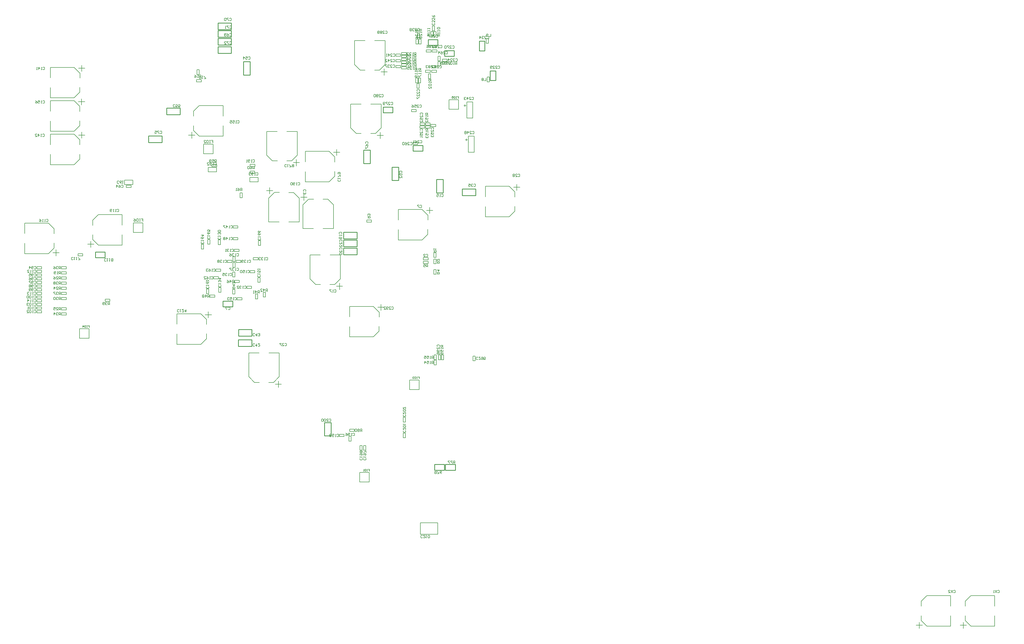
<source format=gbr>
G04*
G04 #@! TF.GenerationSoftware,Altium Limited,Altium Designer,23.11.1 (41)*
G04*
G04 Layer_Color=32896*
%FSLAX44Y44*%
%MOMM*%
G71*
G04*
G04 #@! TF.SameCoordinates,04611707-018F-4F9C-9273-AB504833585F*
G04*
G04*
G04 #@! TF.FilePolarity,Positive*
G04*
G01*
G75*
%ADD12C,0.2540*%
%ADD13C,0.2000*%
%ADD14C,0.1270*%
%ADD16C,0.1524*%
%ADD17C,0.1999*%
%ADD23C,0.1778*%
D12*
X964735Y942726D02*
X998009D01*
Y962030D01*
X964735D02*
X998009D01*
X964735Y942726D02*
Y962030D01*
X556557Y1112398D02*
Y1131702D01*
X523283Y1112398D02*
X556557D01*
X523283D02*
Y1131702D01*
X556557D01*
X1064176Y804804D02*
Y827664D01*
X1017948Y804804D02*
X1064176D01*
X1017948D02*
Y827664D01*
X1064176D01*
X1064430Y840618D02*
Y863478D01*
X1018202Y840618D02*
X1064430D01*
X1018202D02*
Y863478D01*
X1064430D01*
X947181Y1843582D02*
X993409D01*
X947181Y1820722D02*
Y1843582D01*
Y1820722D02*
X993409D01*
Y1843582D01*
X947181Y1898657D02*
X993409D01*
X947181Y1875797D02*
Y1898657D01*
Y1875797D02*
X993409D01*
Y1898657D01*
X947181Y1925073D02*
X993409D01*
X947181Y1902213D02*
Y1925073D01*
Y1902213D02*
X993409D01*
Y1925073D01*
X947181Y1871912D02*
X993409D01*
X947181Y1849052D02*
Y1871912D01*
Y1849052D02*
X993409D01*
Y1871912D01*
X1035767Y1745060D02*
Y1791288D01*
Y1745060D02*
X1058626D01*
Y1791288D01*
X1035767D02*
X1058626D01*
X816281Y1607934D02*
Y1630794D01*
X770053Y1607934D02*
X816281D01*
X770053D02*
Y1630794D01*
X816281D01*
X707040Y1511228D02*
Y1534088D01*
X753269D01*
Y1511228D02*
Y1534088D01*
X707040Y1511228D02*
X753269D01*
X1381970Y1150530D02*
Y1173390D01*
X1428198D01*
Y1150530D02*
Y1173390D01*
X1381970Y1150530D02*
X1428198D01*
X1381970Y1145890D02*
X1428198D01*
X1381970Y1123030D02*
Y1145890D01*
Y1123030D02*
X1428198D01*
Y1145890D01*
X1381970Y1178030D02*
X1428198D01*
Y1200890D01*
X1381970D02*
X1428198D01*
X1381970Y1178030D02*
Y1200890D01*
X1792781Y1327763D02*
X1839009D01*
Y1350623D01*
X1792781D02*
X1839009D01*
X1792781Y1327763D02*
Y1350623D01*
X1674622Y1867662D02*
X1707896D01*
X1674622Y1848358D02*
Y1867662D01*
Y1848358D02*
X1707896D01*
Y1867662D01*
X1851406Y1829054D02*
X1870710D01*
X1851406D02*
Y1862328D01*
X1870710D01*
Y1829054D02*
Y1862328D01*
X1908432Y1726057D02*
Y1759331D01*
X1889128D02*
X1908432D01*
X1889128Y1726057D02*
Y1759331D01*
Y1726057D02*
X1908432D01*
X1731137Y1829308D02*
X1764411D01*
X1731137Y1810004D02*
Y1829308D01*
Y1810004D02*
X1764411D01*
Y1829308D01*
X1622679Y1501264D02*
X1655953D01*
X1622679Y1481960D02*
Y1501264D01*
Y1481960D02*
X1655953D01*
Y1501264D01*
X1518666Y1614424D02*
X1551940D01*
Y1633728D01*
X1518666D02*
X1551940D01*
X1518666Y1614424D02*
Y1633728D01*
X1450957Y1438858D02*
Y1485086D01*
Y1438858D02*
X1473817D01*
Y1485086D01*
X1450957D02*
X1473817D01*
X1572392Y1379747D02*
Y1425975D01*
X1549532D02*
X1572392D01*
X1549532Y1379747D02*
Y1425975D01*
Y1379747D02*
X1572392D01*
X1315720Y541274D02*
X1338580D01*
Y495046D02*
Y541274D01*
X1315720Y495046D02*
X1338580D01*
X1315720D02*
Y541274D01*
X1730773Y375974D02*
Y396294D01*
X1696483Y375974D02*
X1730773D01*
X1696483D02*
Y396294D01*
X1730773D01*
X1768475Y375920D02*
Y396240D01*
X1734185Y375920D02*
X1768475D01*
X1734185D02*
Y396240D01*
X1768475D01*
X1726583Y1337103D02*
Y1383331D01*
X1703723D02*
X1726583D01*
X1703723Y1337103D02*
Y1383331D01*
Y1337103D02*
X1726583D01*
D13*
X464470Y1652490D02*
X486720D01*
X475470Y1641740D02*
Y1663240D01*
X469220Y1618990D02*
Y1635990D01*
X449470Y1655740D02*
X468970Y1636240D01*
X367220Y1655740D02*
X449470D01*
X367220Y1619490D02*
Y1655490D01*
X468970Y1569490D02*
Y1586490D01*
X449470Y1549990D02*
X468970Y1569490D01*
X367220Y1549990D02*
X449470D01*
X367220D02*
Y1585990D01*
X1969928Y1356072D02*
X1992178D01*
X1980928Y1345322D02*
Y1366822D01*
X1974678Y1322572D02*
Y1339572D01*
X1954928Y1359322D02*
X1974428Y1339822D01*
X1872678Y1359322D02*
X1954928D01*
X1872678Y1323072D02*
Y1359072D01*
X1974428Y1273072D02*
Y1290072D01*
X1954928Y1253572D02*
X1974428Y1273072D01*
X1872678Y1253572D02*
X1954928D01*
X1872678D02*
Y1289572D01*
X902864Y914787D02*
X925114D01*
X913865Y904037D02*
Y925537D01*
X907614Y881287D02*
Y898287D01*
X887865Y918037D02*
X907364Y898537D01*
X805614Y918037D02*
X887865D01*
X805614Y881787D02*
Y917787D01*
X907364Y831787D02*
Y848787D01*
X887865Y812287D02*
X907364Y831787D01*
X805614Y812287D02*
X887865D01*
X805614D02*
Y848287D01*
X964866Y1603025D02*
Y1639025D01*
X882616D02*
X964866D01*
X863116Y1619525D02*
X882616Y1639025D01*
X863116Y1602525D02*
Y1619525D01*
X964866Y1533525D02*
Y1569525D01*
X882616Y1533275D02*
X964866D01*
X863116Y1552775D02*
X882616Y1533275D01*
X862866Y1553025D02*
Y1570025D01*
X856616Y1525775D02*
Y1547275D01*
X845366Y1536525D02*
X867616D01*
X1346866Y1477230D02*
X1369116D01*
X1357866Y1466480D02*
Y1487980D01*
X1351616Y1443730D02*
Y1460730D01*
X1331866Y1480480D02*
X1351366Y1460980D01*
X1249616Y1480480D02*
X1331866D01*
X1249616Y1444230D02*
Y1480230D01*
X1351366Y1394230D02*
Y1411230D01*
X1331866Y1374730D02*
X1351366Y1394230D01*
X1249616Y1374730D02*
X1331866D01*
X1249616D02*
Y1410730D01*
X367400Y1434420D02*
Y1470420D01*
Y1434420D02*
X449650D01*
X469150Y1453920D01*
Y1470920D01*
X367400Y1503920D02*
Y1539920D01*
Y1540170D02*
X449650D01*
X469150Y1520670D01*
X469400Y1503420D02*
Y1520420D01*
X475650Y1526170D02*
Y1547670D01*
X464650Y1536920D02*
X486900D01*
X367804Y1665826D02*
Y1701826D01*
Y1665826D02*
X450054D01*
X469553Y1685326D01*
Y1702326D01*
X367804Y1735326D02*
Y1771326D01*
Y1771576D02*
X450054D01*
X469553Y1752077D01*
X469804Y1734826D02*
Y1751826D01*
X476054Y1757576D02*
Y1779076D01*
X465054Y1768326D02*
X487304D01*
X496250Y1158660D02*
X518500D01*
X507500Y1147910D02*
Y1169410D01*
X513750Y1175161D02*
Y1192160D01*
X514000Y1174910D02*
X533500Y1155411D01*
X615750D01*
Y1155660D02*
Y1191660D01*
X514000Y1224660D02*
Y1241660D01*
X533500Y1261160D01*
X615750D01*
Y1225160D02*
Y1261160D01*
X278490Y1195950D02*
Y1231950D01*
X360740D01*
X380240Y1212450D01*
Y1195450D02*
Y1212450D01*
X278490Y1126451D02*
Y1162450D01*
Y1126201D02*
X360740D01*
X380240Y1145700D01*
X380490Y1145951D02*
Y1162950D01*
X386740Y1118700D02*
Y1140201D01*
X375740Y1129450D02*
X397990D01*
X1156304Y662493D02*
Y684743D01*
X1145554Y673743D02*
X1167054D01*
X1122804Y679993D02*
X1139804D01*
X1140054Y680242D02*
X1159554Y699743D01*
Y781993D01*
X1123304D02*
X1159304D01*
X1073304Y680242D02*
X1090304D01*
X1053804Y699743D02*
X1073304Y680242D01*
X1053804Y699743D02*
Y781993D01*
X1089804D01*
X1265431Y1121474D02*
X1301431D01*
X1265431Y1039224D02*
Y1121474D01*
Y1039224D02*
X1284931Y1019724D01*
X1301932D01*
X1334931Y1121474D02*
X1370931D01*
X1371181Y1039224D02*
Y1121474D01*
X1351682Y1019724D02*
X1371181Y1039224D01*
X1334431Y1019474D02*
X1351431D01*
X1357181Y1013224D02*
X1378681D01*
X1367932Y1001974D02*
Y1024224D01*
X1403032Y837774D02*
Y873774D01*
Y837774D02*
X1485282D01*
X1504782Y857274D01*
Y874274D01*
X1403032Y907274D02*
Y943274D01*
Y943524D02*
X1485282D01*
X1504782Y924024D01*
X1505032Y906774D02*
Y923774D01*
X1511282Y929524D02*
Y951024D01*
X1500282Y940274D02*
X1522532D01*
X1116325Y1549718D02*
X1152325D01*
X1116325Y1467468D02*
Y1549718D01*
Y1467468D02*
X1135825Y1447968D01*
X1152824D01*
X1185825Y1549718D02*
X1221825D01*
X1222075Y1467468D02*
Y1549718D01*
X1202574Y1447968D02*
X1222075Y1467468D01*
X1185325Y1447718D02*
X1202325D01*
X1208074Y1441468D02*
X1229575D01*
X1218824Y1430218D02*
Y1452468D01*
X1244634Y1310470D02*
Y1332720D01*
X1233884Y1321470D02*
X1255384D01*
X1261134Y1315220D02*
X1278134D01*
X1241384Y1295470D02*
X1260884Y1314970D01*
X1241384Y1213220D02*
Y1295470D01*
X1241634Y1213220D02*
X1277634D01*
X1310634Y1314970D02*
X1327634D01*
X1347134Y1295470D01*
Y1213220D02*
Y1295470D01*
X1311134Y1213220D02*
X1347134D01*
X1571559Y1173786D02*
Y1209786D01*
Y1173786D02*
X1653810D01*
X1673309Y1193286D01*
Y1210286D01*
X1571559Y1243286D02*
Y1279286D01*
Y1279536D02*
X1653810D01*
X1673309Y1260036D01*
X1673559Y1242786D02*
Y1259786D01*
X1679810Y1265536D02*
Y1287036D01*
X1668810Y1276286D02*
X1691059D01*
X3482478Y-94704D02*
Y-58704D01*
X3400228D02*
X3482478D01*
X3380728Y-78204D02*
X3400228Y-58704D01*
X3380728Y-95204D02*
Y-78204D01*
X3482478Y-164204D02*
Y-128204D01*
X3400228Y-164454D02*
X3482478D01*
X3380728Y-144954D02*
X3400228Y-164454D01*
X3380478Y-144704D02*
Y-127704D01*
X3374228Y-171954D02*
Y-150454D01*
X3362978Y-161204D02*
X3385228D01*
X3634878Y-94704D02*
Y-58704D01*
X3552628D02*
X3634878D01*
X3533128Y-78204D02*
X3552628Y-58704D01*
X3533128Y-95204D02*
Y-78204D01*
X3634878Y-164204D02*
Y-128204D01*
X3552628Y-164454D02*
X3634878D01*
X3533128Y-144954D02*
X3552628Y-164454D01*
X3532878Y-144704D02*
Y-127704D01*
X3526628Y-171954D02*
Y-150454D01*
X3515378Y-161204D02*
X3537628D01*
X1406480Y1644280D02*
X1442480D01*
X1406480Y1562030D02*
Y1644280D01*
Y1562030D02*
X1425980Y1542530D01*
X1442980D01*
X1475980Y1644280D02*
X1511980D01*
X1512230Y1562030D02*
Y1644280D01*
X1492730Y1542530D02*
X1512230Y1562030D01*
X1475480Y1542280D02*
X1492480D01*
X1498230Y1536030D02*
X1519730D01*
X1508980Y1524780D02*
Y1547030D01*
X1192608Y1236334D02*
X1228608D01*
Y1318584D01*
X1209109Y1338084D02*
X1228608Y1318584D01*
X1192109Y1338084D02*
X1209109D01*
X1123108Y1236334D02*
X1159108D01*
X1122858D02*
Y1318584D01*
X1142358Y1338084D01*
X1142608Y1338334D02*
X1159609D01*
X1115358Y1344584D02*
X1136858D01*
X1126109Y1333584D02*
Y1355834D01*
X1420017Y1864009D02*
X1456018D01*
X1420017Y1781759D02*
Y1864009D01*
Y1781759D02*
X1439517Y1762259D01*
X1456517D01*
X1489518Y1864009D02*
X1525518D01*
X1525768Y1781759D02*
Y1864009D01*
X1506268Y1762259D02*
X1525768Y1781759D01*
X1489017Y1762009D02*
X1506018D01*
X1511768Y1755759D02*
X1533268D01*
X1522517Y1744509D02*
Y1766759D01*
D14*
X1701800Y1113155D02*
Y1129665D01*
X1694180D02*
X1701800D01*
X1694180Y1113155D02*
Y1129665D01*
Y1113155D02*
X1701800D01*
X654366Y1233101D02*
X687386D01*
X654366Y1200081D02*
X687386D01*
Y1233101D01*
X654366Y1200081D02*
Y1233101D01*
X897812Y1472375D02*
Y1505395D01*
X930833Y1472375D02*
Y1505395D01*
X897812Y1472375D02*
X930833D01*
X897812Y1505395D02*
X930833D01*
X630261Y1355753D02*
X646771D01*
Y1363374D01*
X630261D02*
X646771D01*
X630261Y1355753D02*
Y1363374D01*
X999787Y1215268D02*
X1016297D01*
Y1222888D01*
X999787D02*
X1016297D01*
X999787Y1215268D02*
Y1222888D01*
Y1182248D02*
X1016297D01*
X999787Y1174628D02*
Y1182248D01*
Y1174628D02*
X1016297D01*
Y1182248D01*
X911522Y1158753D02*
X919142D01*
X911522D02*
Y1175263D01*
X919142D01*
Y1158753D02*
Y1175263D01*
X919777Y975238D02*
Y982858D01*
X936287D01*
Y975238D02*
Y982858D01*
X919777Y975238D02*
X936287D01*
X915332Y987303D02*
Y1003813D01*
X907712D02*
X915332D01*
X907712Y987303D02*
Y1003813D01*
Y987303D02*
X915332D01*
X949622Y992383D02*
X957242D01*
X949622D02*
Y1008893D01*
X957242D01*
Y992383D02*
Y1008893D01*
X940097Y1073028D02*
X956607D01*
X940097Y1065408D02*
Y1073028D01*
Y1065408D02*
X956607D01*
Y1073028D01*
X948987Y1038738D02*
Y1046358D01*
X932477Y1038738D02*
X948987D01*
X932477D02*
Y1046358D01*
X948987D01*
X999152Y1099063D02*
X1006772D01*
X999152D02*
Y1115573D01*
X1006772D01*
Y1099063D02*
Y1115573D01*
X995977Y1095888D02*
Y1103508D01*
X979467Y1095888D02*
X995977D01*
X979467D02*
Y1103508D01*
X995977D01*
X948352Y1157483D02*
X955972D01*
X948352D02*
Y1173993D01*
X955972D01*
Y1157483D02*
Y1173993D01*
X1020107Y1133988D02*
Y1141608D01*
X1003597Y1133988D02*
X1020107D01*
X1003597D02*
Y1141608D01*
X1020107D01*
X889932Y1142243D02*
X897552D01*
X889932D02*
Y1158753D01*
X897552D01*
Y1142243D02*
Y1158753D01*
X405935Y1073790D02*
X422445D01*
Y1081410D01*
X405935D02*
X422445D01*
X405935Y1073790D02*
Y1081410D01*
X422445Y931550D02*
Y939170D01*
X405935Y931550D02*
X422445D01*
X405935D02*
Y939170D01*
X422445D01*
X405935Y913770D02*
Y921390D01*
X422445D01*
Y913770D02*
Y921390D01*
X405935Y913770D02*
X422445D01*
X422445Y1002670D02*
Y1010290D01*
X405935Y1002670D02*
X422445D01*
X405935D02*
Y1010290D01*
X422445D01*
X405935Y1020450D02*
X422445D01*
Y1028070D01*
X405935D02*
X422445D01*
X405935Y1020450D02*
Y1028070D01*
X405935Y1063630D02*
X422445D01*
X405935Y1056010D02*
Y1063630D01*
Y1056010D02*
X422445D01*
Y1063630D01*
Y1038230D02*
Y1045850D01*
X405935Y1038230D02*
X422445D01*
X405935D02*
Y1045850D01*
X422445D01*
X422445Y967110D02*
Y974730D01*
X405935Y967110D02*
X422445D01*
X405935D02*
Y974730D01*
X422445D01*
X405935Y984890D02*
Y992510D01*
X422445D01*
Y984890D02*
Y992510D01*
X405935Y984890D02*
X422445D01*
X320845Y1061090D02*
Y1068710D01*
X337355D01*
Y1061090D02*
Y1068710D01*
X320845Y1061090D02*
X337355D01*
X320845Y1048390D02*
X337355D01*
Y1056010D01*
X320845D02*
X337355D01*
X320845Y1048390D02*
Y1056010D01*
Y1010290D02*
X337355D01*
Y1017910D01*
X320845D02*
X337355D01*
X320845Y1010290D02*
Y1017910D01*
Y1022990D02*
X337355D01*
Y1030610D01*
X320845D02*
X337355D01*
X320845Y1022990D02*
Y1030610D01*
Y997590D02*
X337355D01*
Y1005210D01*
X320845D02*
X337355D01*
X320845Y997590D02*
Y1005210D01*
Y1035690D02*
Y1043310D01*
X337355D01*
Y1035690D02*
Y1043310D01*
X320845Y1035690D02*
X337355D01*
X320845Y1073790D02*
X337355D01*
Y1081410D01*
X320845D02*
X337355D01*
X320845Y1073790D02*
Y1081410D01*
Y984890D02*
Y992510D01*
X337355D01*
Y984890D02*
Y992510D01*
X320845Y984890D02*
X337355D01*
X1005502Y1045723D02*
Y1062233D01*
X997882D02*
X1005502D01*
X997882Y1045723D02*
Y1062233D01*
Y1045723D02*
X1005502D01*
X1004867Y1026038D02*
Y1033658D01*
X1021377D01*
Y1026038D02*
Y1033658D01*
X1004867Y1026038D02*
X1021377D01*
X1013757Y973968D02*
X1030267D01*
X1013757Y966348D02*
Y973968D01*
Y966348D02*
X1030267D01*
Y973968D01*
X997882Y1002543D02*
X1005502D01*
Y986033D02*
Y1002543D01*
X997882Y986033D02*
X1005502D01*
X997882D02*
Y1002543D01*
X999152Y1078743D02*
Y1095253D01*
Y1078743D02*
X1006772D01*
Y1095253D01*
X999152D02*
X1006772D01*
X463085Y1118240D02*
X479595D01*
Y1125860D01*
X463085D02*
X479595D01*
X463085Y1118240D02*
Y1125860D01*
X1077141Y969589D02*
X1084761D01*
X1077141D02*
Y986099D01*
X1084761D01*
Y969589D02*
Y986099D01*
X1094402Y1154943D02*
Y1171453D01*
X1086782D02*
X1094402D01*
X1086782Y1154943D02*
Y1171453D01*
Y1154943D02*
X1094402D01*
X1104054Y976127D02*
X1111674D01*
X1104054D02*
Y992637D01*
X1111674D01*
Y976127D02*
Y992637D01*
X1069637Y1112398D02*
X1086147D01*
X1069637Y1104778D02*
Y1112398D01*
Y1104778D02*
X1086147D01*
Y1112398D01*
X1093092Y1026713D02*
Y1043223D01*
X1085472D02*
X1093092D01*
X1085472Y1026713D02*
Y1043223D01*
Y1026713D02*
X1093092D01*
X1063515Y1006180D02*
Y1013800D01*
X1047005Y1006180D02*
X1063515D01*
X1047005D02*
Y1013800D01*
X1063515D01*
X1009947Y1095888D02*
Y1103508D01*
X1026457D01*
Y1095888D02*
Y1103508D01*
X1009947Y1095888D02*
X1026457D01*
X1058207Y1067948D02*
X1074717D01*
X1058207Y1060328D02*
Y1067948D01*
Y1060328D02*
X1074717D01*
Y1067948D01*
X557065Y968380D02*
X573575D01*
Y960760D02*
Y968380D01*
X557065Y960760D02*
X573575D01*
X557065D02*
Y968380D01*
X320845Y946790D02*
X337355D01*
Y954410D01*
X320845D02*
X337355D01*
X320845Y946790D02*
Y954410D01*
X320845Y934090D02*
X337355D01*
Y941710D01*
X320845D02*
X337355D01*
X320845Y934090D02*
Y941710D01*
Y921390D02*
X337355D01*
Y929010D01*
X320845D02*
X337355D01*
X320845Y921390D02*
Y929010D01*
Y959490D02*
Y967110D01*
X337355D01*
Y959490D02*
Y967110D01*
X320845Y959490D02*
X337355D01*
X320845Y972190D02*
X337355D01*
Y979810D01*
X320845D02*
X337355D01*
X320845Y972190D02*
Y979810D01*
X468440Y866145D02*
X501460D01*
X468440Y833125D02*
X501460D01*
Y866145D01*
X468440Y833125D02*
Y866145D01*
X873315Y1721197D02*
X889825D01*
Y1728817D01*
X873315D02*
X889825D01*
X873315Y1721197D02*
Y1728817D01*
X874820Y1746956D02*
Y1763466D01*
Y1746956D02*
X882440D01*
Y1763466D01*
X874820D02*
X882440D01*
X1462236Y1235349D02*
X1478746D01*
Y1242969D01*
X1462236D02*
X1478746D01*
X1462236Y1235349D02*
Y1242969D01*
X1074930Y1428074D02*
Y1435694D01*
X1058419Y1428074D02*
X1074930D01*
X1058419D02*
Y1435694D01*
X1074930D01*
X1058038Y1404706D02*
X1074548D01*
Y1412326D01*
X1058038D02*
X1074548D01*
X1058038Y1404706D02*
Y1412326D01*
X1031496Y1320251D02*
Y1336761D01*
X1023876D02*
X1031496D01*
X1023876Y1320251D02*
Y1336761D01*
Y1320251D02*
X1031496D01*
X926467Y1427679D02*
X942977D01*
Y1435299D01*
X926467D02*
X942977D01*
X926467Y1427679D02*
Y1435299D01*
X1684655Y1824482D02*
Y1832102D01*
X1668145Y1824482D02*
X1684655D01*
X1668145D02*
Y1832102D01*
X1684655D01*
X1740027Y1792478D02*
Y1800098D01*
X1723517Y1792478D02*
X1740027D01*
X1723517D02*
Y1800098D01*
X1740027D01*
X1708404Y1791716D02*
X1716024D01*
Y1775206D02*
Y1791716D01*
X1708404Y1775206D02*
X1716024D01*
X1708404D02*
Y1791716D01*
X1723263Y1790189D02*
X1739773D01*
X1723263Y1782569D02*
Y1790189D01*
Y1782569D02*
X1739773D01*
Y1790189D01*
X1689354Y1898358D02*
X1696974D01*
Y1914868D01*
X1689354D02*
X1696974D01*
X1689354Y1898358D02*
Y1914868D01*
X1691894Y1879473D02*
Y1895983D01*
X1684274Y1879473D02*
X1691894D01*
X1684274D02*
Y1895983D01*
X1691894D01*
X1702265Y1879559D02*
Y1896069D01*
X1694645Y1879559D02*
X1702265D01*
X1694645D02*
Y1896069D01*
X1702265D01*
X1675892Y1732661D02*
Y1749171D01*
Y1732661D02*
X1683512D01*
Y1749171D01*
X1675892D02*
X1683512D01*
X1875282Y1854835D02*
Y1871345D01*
Y1854835D02*
X1882902D01*
Y1871345D01*
X1875282D02*
X1882902D01*
X1886204Y1721485D02*
Y1737995D01*
X1878584D02*
X1886204D01*
X1878584Y1721485D02*
Y1737995D01*
Y1721485D02*
X1886204D01*
X1808226Y1596012D02*
Y1651892D01*
Y1596012D02*
X1828546D01*
Y1651892D01*
X1808226D02*
X1828546D01*
X1813560Y1477772D02*
Y1533652D01*
Y1477772D02*
X1833880D01*
Y1533652D01*
X1813560D02*
X1833880D01*
X1665354Y1578861D02*
X1681864D01*
X1665354Y1571241D02*
Y1578861D01*
Y1571241D02*
X1681864D01*
Y1578861D01*
X1646555Y1571242D02*
Y1578862D01*
X1663065D01*
Y1571242D02*
Y1578862D01*
X1646555Y1571242D02*
X1663065D01*
X1646301Y1561333D02*
Y1568953D01*
X1662811D01*
Y1561333D02*
Y1568953D01*
X1646301Y1561333D02*
X1662811D01*
X1665099Y1568953D02*
X1681609D01*
X1665099Y1561333D02*
Y1568953D01*
Y1561333D02*
X1681609D01*
Y1568953D01*
X1684152Y1566164D02*
Y1573784D01*
X1700662D01*
Y1566164D02*
Y1573784D01*
X1684152Y1566164D02*
X1700662D01*
X1638427Y1504188D02*
Y1511808D01*
X1621917Y1504188D02*
X1638427D01*
X1621917D02*
Y1511808D01*
X1638427D01*
X1708404Y1794005D02*
X1716024D01*
X1708404D02*
Y1810515D01*
X1716024D01*
Y1794005D02*
Y1810515D01*
X1688592Y1824228D02*
Y1831848D01*
X1705102D01*
Y1824228D02*
Y1831848D01*
X1688592Y1824228D02*
X1705102D01*
X1682115Y1754378D02*
Y1761998D01*
X1665605Y1754378D02*
X1682115D01*
X1665605D02*
Y1761998D01*
X1682115D01*
X1633601Y1617726D02*
Y1625346D01*
X1617091Y1617726D02*
X1633601D01*
X1617091D02*
Y1625346D01*
X1633601D01*
X1686687Y1754124D02*
Y1761744D01*
X1703197D01*
Y1754124D02*
Y1761744D01*
X1686687Y1754124D02*
X1703197D01*
X1641097Y1718014D02*
Y1734524D01*
Y1718014D02*
X1648717D01*
Y1734524D01*
X1641097D02*
X1648717D01*
X1635807Y1699061D02*
X1643427D01*
X1635807D02*
Y1715571D01*
X1643427D01*
Y1699061D02*
Y1715571D01*
X1631191Y1718014D02*
Y1734524D01*
Y1718014D02*
X1638811D01*
Y1734524D01*
X1631191D02*
X1638811D01*
X1637728Y1889969D02*
X1645348D01*
Y1873459D02*
Y1889969D01*
X1637728Y1873459D02*
X1645348D01*
X1637728D02*
Y1889969D01*
X1650215Y1852801D02*
Y1869311D01*
X1642594D02*
X1650215D01*
X1642594Y1852801D02*
Y1869311D01*
Y1852801D02*
X1650215D01*
X1640308D02*
Y1869311D01*
X1632688D02*
X1640308D01*
X1632688Y1852801D02*
Y1869311D01*
Y1852801D02*
X1640308D01*
X1562652Y1770698D02*
Y1778318D01*
X1579162D01*
Y1770698D02*
Y1778318D01*
X1562652Y1770698D02*
X1579162D01*
X1582696Y1773573D02*
X1599206D01*
X1582696Y1765953D02*
Y1773573D01*
Y1765953D02*
X1599206D01*
Y1773573D01*
X1582756Y1783481D02*
X1599266D01*
X1582756Y1775861D02*
Y1783481D01*
Y1775861D02*
X1599266D01*
Y1783481D01*
X1562774Y1790750D02*
Y1798370D01*
X1579284D01*
Y1790750D02*
Y1798370D01*
X1562774Y1790750D02*
X1579284D01*
X1582756Y1793390D02*
X1599266D01*
X1582756Y1785770D02*
Y1793390D01*
Y1785770D02*
X1599266D01*
Y1793390D01*
X1582818Y1803298D02*
X1599328D01*
X1582818Y1795678D02*
Y1803298D01*
Y1795678D02*
X1599328D01*
Y1803298D01*
X1599389Y1805587D02*
Y1813207D01*
X1582879Y1805587D02*
X1599389D01*
X1582879D02*
Y1813207D01*
X1599389D01*
X1582818Y1823115D02*
X1599328D01*
X1582818Y1815495D02*
Y1823115D01*
Y1815495D02*
X1599328D01*
Y1823115D01*
X1562836Y1810473D02*
Y1818093D01*
X1579346D01*
Y1810473D02*
Y1818093D01*
X1562836Y1810473D02*
X1579346D01*
X1710690Y758825D02*
X1718310D01*
X1710690D02*
Y775335D01*
X1718310D01*
Y758825D02*
Y775335D01*
X1720850Y758825D02*
Y775335D01*
Y758825D02*
X1728470D01*
Y775335D01*
X1720850D02*
X1728470D01*
X1830070Y771525D02*
X1837690D01*
Y755015D02*
Y771525D01*
X1830070Y755015D02*
X1837690D01*
X1830070D02*
Y771525D01*
X1695450Y741045D02*
Y757555D01*
Y741045D02*
X1703070D01*
Y757555D01*
X1695450D02*
X1703070D01*
X1695450Y758825D02*
Y775335D01*
Y758825D02*
X1703070D01*
Y775335D01*
X1695450D02*
X1703070D01*
X1707670Y153990D02*
Y193990D01*
X1647670Y153990D02*
X1707670D01*
X1647670D02*
Y193990D01*
X1707670D01*
X1400810Y493395D02*
X1408430D01*
Y476885D02*
Y493395D01*
X1400810Y476885D02*
X1408430D01*
X1400810D02*
Y493395D01*
X1383665Y492760D02*
Y500380D01*
X1367155Y492760D02*
X1383665D01*
X1367155D02*
Y500380D01*
X1383665D01*
X1588770Y542925D02*
X1596390D01*
X1588770D02*
Y559435D01*
X1596390D01*
Y542925D02*
Y559435D01*
X1588770Y504825D02*
X1596390D01*
Y488315D02*
Y504825D01*
X1588770Y488315D02*
X1596390D01*
X1588770D02*
Y504825D01*
X1459230Y445135D02*
Y461645D01*
X1451610D02*
X1459230D01*
X1451610Y445135D02*
Y461645D01*
Y445135D02*
X1459230D01*
X1446530D02*
Y461645D01*
X1438910D02*
X1446530D01*
X1438910Y445135D02*
Y461645D01*
Y445135D02*
X1446530D01*
X1419225Y510540D02*
Y518160D01*
X1402715Y510540D02*
X1419225D01*
X1402715D02*
Y518160D01*
X1419225D01*
X1657985Y1092200D02*
Y1099820D01*
X1674495D01*
Y1092200D02*
Y1099820D01*
X1657985Y1092200D02*
X1674495D01*
X1694180Y1107440D02*
X1701800D01*
Y1090930D02*
Y1107440D01*
X1694180Y1090930D02*
X1701800D01*
X1694180D02*
Y1107440D01*
X1694180Y1071245D02*
X1701800D01*
Y1054735D02*
Y1071245D01*
X1694180Y1054735D02*
X1701800D01*
X1694180D02*
Y1071245D01*
X1657985Y1104900D02*
X1674495D01*
Y1112520D01*
X1657985D02*
X1674495D01*
X1657985Y1104900D02*
Y1112520D01*
X1438131Y368052D02*
X1471151D01*
X1438131Y335032D02*
X1471151D01*
Y368052D01*
X1438131Y335032D02*
Y368052D01*
X1610741Y688496D02*
X1643761D01*
X1610741Y655476D02*
X1643761D01*
Y688496D01*
X1610741Y655476D02*
Y688496D01*
X1746653Y1659512D02*
X1779673D01*
X1746653Y1626492D02*
X1779673D01*
Y1659512D01*
X1746653Y1626492D02*
Y1659512D01*
D16*
X1798066Y1639192D02*
X1805686D01*
X1801876Y1635382D02*
Y1643002D01*
X1803400Y1520952D02*
X1811020D01*
X1807210Y1517142D02*
Y1524762D01*
X497549Y877237D02*
X501950D01*
Y873936D01*
X499750D01*
X501950D01*
Y870635D01*
X495348Y877237D02*
X493148D01*
X494248D01*
Y870635D01*
X495348D01*
X493148D01*
X489847Y877237D02*
Y870635D01*
X486546D01*
X485446Y871736D01*
Y876137D01*
X486546Y877237D01*
X489847D01*
X479944Y870635D02*
Y877237D01*
X483245Y873936D01*
X478844D01*
X1467240Y379143D02*
X1471641D01*
Y375843D01*
X1469440D01*
X1471641D01*
Y372542D01*
X1465039Y379143D02*
X1462838D01*
X1463939D01*
Y372542D01*
X1465039D01*
X1462838D01*
X1459538Y379143D02*
Y372542D01*
X1456237D01*
X1455136Y373642D01*
Y378043D01*
X1456237Y379143D01*
X1459538D01*
X1452936Y372542D02*
X1450735D01*
X1451835D01*
Y379143D01*
X1452936Y378043D01*
X1639850Y699588D02*
X1644251D01*
Y696287D01*
X1642051D01*
X1644251D01*
Y692986D01*
X1637649Y699588D02*
X1635449D01*
X1636549D01*
Y692986D01*
X1637649D01*
X1635449D01*
X1632148Y699588D02*
Y692986D01*
X1628847D01*
X1627747Y694086D01*
Y698487D01*
X1628847Y699588D01*
X1632148D01*
X1625546Y698487D02*
X1624446Y699588D01*
X1622245D01*
X1621145Y698487D01*
Y697387D01*
X1622245Y696287D01*
X1623345D01*
X1622245D01*
X1621145Y695186D01*
Y694086D01*
X1622245Y692986D01*
X1624446D01*
X1625546Y694086D01*
X1775762Y1670604D02*
X1780163D01*
Y1667303D01*
X1777962D01*
X1780163D01*
Y1664002D01*
X1773561Y1670604D02*
X1771360D01*
X1772461D01*
Y1664002D01*
X1773561D01*
X1771360D01*
X1768060Y1670604D02*
Y1664002D01*
X1764759D01*
X1763658Y1665102D01*
Y1669504D01*
X1764759Y1670604D01*
X1768060D01*
X1757056D02*
X1761458D01*
Y1667303D01*
X1759257Y1668403D01*
X1758157D01*
X1757056Y1667303D01*
Y1665102D01*
X1758157Y1664002D01*
X1760357D01*
X1761458Y1665102D01*
D17*
X624292Y1366027D02*
Y1381267D01*
X652995D01*
Y1366027D02*
Y1381267D01*
X624292Y1366027D02*
X652995D01*
X913766Y1409786D02*
Y1425026D01*
X942468D01*
Y1409786D02*
Y1425026D01*
X913766Y1409786D02*
X942468D01*
X1086487Y1374734D02*
Y1389974D01*
X1057785Y1374734D02*
X1086487D01*
X1057785D02*
Y1389974D01*
X1086487D01*
D23*
X1012590Y1125392D02*
X1014071Y1126873D01*
X1017033D01*
X1018514Y1125392D01*
Y1119467D01*
X1017033Y1117986D01*
X1014071D01*
X1012590Y1119467D01*
X1009627Y1117986D02*
X1006665D01*
X1008146D01*
Y1126873D01*
X1009627Y1125392D01*
X1002222D02*
X1000740Y1126873D01*
X997778D01*
X996297Y1125392D01*
Y1123911D01*
X997778Y1122430D01*
X999259D01*
X997778D01*
X996297Y1120949D01*
Y1119467D01*
X997778Y1117986D01*
X1000740D01*
X1002222Y1119467D01*
X987410Y1126873D02*
X990372Y1125392D01*
X993334Y1122430D01*
Y1119467D01*
X991853Y1117986D01*
X988891D01*
X987410Y1119467D01*
Y1120949D01*
X988891Y1122430D01*
X993334D01*
X311237Y978963D02*
X312719Y980444D01*
X315681D01*
X317162Y978963D01*
Y973038D01*
X315681Y971557D01*
X312719D01*
X311237Y973038D01*
X308275Y971557D02*
X305313D01*
X306794D01*
Y980444D01*
X308275Y978963D01*
X300869D02*
X299388Y980444D01*
X296425D01*
X294944Y978963D01*
Y973038D01*
X296425Y971557D01*
X299388D01*
X300869Y973038D01*
Y978963D01*
X291982D02*
X290501Y980444D01*
X287538D01*
X286057Y978963D01*
Y973038D01*
X287538Y971557D01*
X290501D01*
X291982Y973038D01*
Y978963D01*
X340907Y1654717D02*
X342388Y1656198D01*
X345350D01*
X346831Y1654717D01*
Y1648792D01*
X345350Y1647311D01*
X342388D01*
X340907Y1648792D01*
X337944Y1647311D02*
X334982D01*
X336463D01*
Y1656198D01*
X337944Y1654717D01*
X324614Y1656198D02*
X330538D01*
Y1651755D01*
X327576Y1653236D01*
X326095D01*
X324614Y1651755D01*
Y1648792D01*
X326095Y1647311D01*
X329057D01*
X330538Y1648792D01*
X315727Y1656198D02*
X318689Y1654717D01*
X321651Y1651755D01*
Y1648792D01*
X320170Y1647311D01*
X317208D01*
X315727Y1648792D01*
Y1650273D01*
X317208Y1651755D01*
X321651D01*
X681565Y1246902D02*
X687490D01*
Y1242459D01*
X684528D01*
X687490D01*
Y1238015D01*
X678603Y1246902D02*
X675640D01*
X677122D01*
Y1238015D01*
X678603D01*
X675640D01*
X671197Y1246902D02*
Y1238015D01*
X666753D01*
X665272Y1239497D01*
Y1245421D01*
X666753Y1246902D01*
X671197D01*
X656385D02*
X659348Y1245421D01*
X662310Y1242459D01*
Y1239497D01*
X660829Y1238015D01*
X657866D01*
X656385Y1239497D01*
Y1240978D01*
X657866Y1242459D01*
X662310D01*
X924036Y1518711D02*
X929961D01*
Y1514268D01*
X926998D01*
X929961D01*
Y1509824D01*
X921074Y1518711D02*
X918111D01*
X919593D01*
Y1509824D01*
X921074D01*
X918111D01*
X913668Y1518711D02*
Y1509824D01*
X909224D01*
X907743Y1511305D01*
Y1517230D01*
X909224Y1518711D01*
X913668D01*
X898856Y1509824D02*
X904781D01*
X898856Y1515749D01*
Y1517230D01*
X900337Y1518711D01*
X903299D01*
X904781Y1517230D01*
X3492807Y-41226D02*
X3494289Y-39745D01*
X3497251D01*
X3498732Y-41226D01*
Y-47151D01*
X3497251Y-48632D01*
X3494289D01*
X3492807Y-47151D01*
X3489845Y-39745D02*
X3483920Y-48632D01*
Y-39745D02*
X3489845Y-48632D01*
X3475033D02*
X3480958D01*
X3475033Y-42707D01*
Y-41226D01*
X3476514Y-39745D01*
X3479477D01*
X3480958Y-41226D01*
X3645207D02*
X3646689Y-39745D01*
X3649651D01*
X3651132Y-41226D01*
Y-47151D01*
X3649651Y-48632D01*
X3646689D01*
X3645207Y-47151D01*
X3642245Y-39745D02*
X3636320Y-48632D01*
Y-39745D02*
X3642245Y-48632D01*
X3633358D02*
X3630396D01*
X3631877D01*
Y-39745D01*
X3633358Y-41226D01*
X1891166Y1887607D02*
Y1878720D01*
X1885241D01*
X1882279Y1880201D02*
X1880798Y1878720D01*
X1877835D01*
X1876354Y1880201D01*
Y1886126D01*
X1877835Y1887607D01*
X1880798D01*
X1882279Y1886126D01*
Y1884645D01*
X1880798Y1883164D01*
X1876354D01*
X1874814Y1734184D02*
Y1725296D01*
X1868889D01*
X1865927Y1732702D02*
X1864446Y1734184D01*
X1861483D01*
X1860002Y1732702D01*
Y1731221D01*
X1861483Y1729740D01*
X1860002Y1728259D01*
Y1726778D01*
X1861483Y1725296D01*
X1864446D01*
X1865927Y1726778D01*
Y1728259D01*
X1864446Y1729740D01*
X1865927Y1731221D01*
Y1732702D01*
X1864446Y1729740D02*
X1861483D01*
X1827329Y1548560D02*
X1828810Y1550041D01*
X1831773D01*
X1833254Y1548560D01*
Y1542635D01*
X1831773Y1541154D01*
X1828810D01*
X1827329Y1542635D01*
X1818442Y1541154D02*
X1824367D01*
X1818442Y1547079D01*
Y1548560D01*
X1819923Y1550041D01*
X1822886D01*
X1824367Y1548560D01*
X1811036Y1541154D02*
Y1550041D01*
X1815480Y1545598D01*
X1809555D01*
X1806593Y1548560D02*
X1805112Y1550041D01*
X1802149D01*
X1800668Y1548560D01*
Y1547079D01*
X1802149Y1545598D01*
X1800668Y1544116D01*
Y1542635D01*
X1802149Y1541154D01*
X1805112D01*
X1806593Y1542635D01*
Y1544116D01*
X1805112Y1545598D01*
X1806593Y1547079D01*
Y1548560D01*
X1805112Y1545598D02*
X1802149D01*
X1825805Y1666670D02*
X1827287Y1668151D01*
X1830249D01*
X1831730Y1666670D01*
Y1660745D01*
X1830249Y1659264D01*
X1827287D01*
X1825805Y1660745D01*
X1816918Y1659264D02*
X1822843D01*
X1816918Y1665189D01*
Y1666670D01*
X1818399Y1668151D01*
X1821362D01*
X1822843Y1666670D01*
X1809512Y1659264D02*
Y1668151D01*
X1813956Y1663708D01*
X1808031D01*
X1805069Y1666670D02*
X1803587Y1668151D01*
X1800625D01*
X1799144Y1666670D01*
Y1665189D01*
X1800625Y1663708D01*
X1802106D01*
X1800625D01*
X1799144Y1662226D01*
Y1660745D01*
X1800625Y1659264D01*
X1803587D01*
X1805069Y1660745D01*
X311237Y953563D02*
X312719Y955044D01*
X315681D01*
X317162Y953563D01*
Y947638D01*
X315681Y946157D01*
X312719D01*
X311237Y947638D01*
X308275Y946157D02*
X305313D01*
X306794D01*
Y955044D01*
X308275Y953563D01*
X300869D02*
X299388Y955044D01*
X296425D01*
X294944Y953563D01*
Y947638D01*
X296425Y946157D01*
X299388D01*
X300869Y947638D01*
Y953563D01*
X291982D02*
X290501Y955044D01*
X287538D01*
X286057Y953563D01*
Y952081D01*
X287538Y950600D01*
X289020D01*
X287538D01*
X286057Y949119D01*
Y947638D01*
X287538Y946157D01*
X290501D01*
X291982Y947638D01*
X402252Y913137D02*
Y922024D01*
X397808D01*
X396327Y920543D01*
Y917580D01*
X397808Y916099D01*
X402252D01*
X399290D02*
X396327Y913137D01*
X393365Y920543D02*
X391884Y922024D01*
X388921D01*
X387440Y920543D01*
Y919061D01*
X388921Y917580D01*
X390403D01*
X388921D01*
X387440Y916099D01*
Y914618D01*
X388921Y913137D01*
X391884D01*
X393365Y914618D01*
X380034Y913137D02*
Y922024D01*
X384478Y917580D01*
X378553D01*
X402252Y930917D02*
Y939804D01*
X397808D01*
X396327Y938323D01*
Y935360D01*
X397808Y933879D01*
X402252D01*
X399290D02*
X396327Y930917D01*
X387440D02*
X393365D01*
X387440Y936841D01*
Y938323D01*
X388921Y939804D01*
X391884D01*
X393365Y938323D01*
X378553Y939804D02*
X384478D01*
Y935360D01*
X381515Y936841D01*
X380034D01*
X378553Y935360D01*
Y932398D01*
X380034Y930917D01*
X382997D01*
X384478Y932398D01*
X402252Y966477D02*
Y975364D01*
X397808D01*
X396327Y973883D01*
Y970920D01*
X397808Y969439D01*
X402252D01*
X399290D02*
X396327Y966477D01*
X393365Y973883D02*
X391884Y975364D01*
X388921D01*
X387440Y973883D01*
Y972401D01*
X388921Y970920D01*
X390403D01*
X388921D01*
X387440Y969439D01*
Y967958D01*
X388921Y966477D01*
X391884D01*
X393365Y967958D01*
X384478Y973883D02*
X382997Y975364D01*
X380034D01*
X378553Y973883D01*
Y967958D01*
X380034Y966477D01*
X382997D01*
X384478Y967958D01*
Y973883D01*
X402252Y984257D02*
Y993144D01*
X397808D01*
X396327Y991663D01*
Y988700D01*
X397808Y987219D01*
X402252D01*
X399290D02*
X396327Y984257D01*
X393365Y991663D02*
X391884Y993144D01*
X388921D01*
X387440Y991663D01*
Y990181D01*
X388921Y988700D01*
X390403D01*
X388921D01*
X387440Y987219D01*
Y985738D01*
X388921Y984257D01*
X391884D01*
X393365Y985738D01*
X384478Y993144D02*
X378553D01*
Y991663D01*
X384478Y985738D01*
Y984257D01*
X402252Y1002037D02*
Y1010924D01*
X397808D01*
X396327Y1009443D01*
Y1006480D01*
X397808Y1004999D01*
X402252D01*
X399290D02*
X396327Y1002037D01*
X387440D02*
X393365D01*
X387440Y1007961D01*
Y1009443D01*
X388921Y1010924D01*
X391884D01*
X393365Y1009443D01*
X380034Y1002037D02*
Y1010924D01*
X384478Y1006480D01*
X378553D01*
X402252Y1019817D02*
Y1028704D01*
X397808D01*
X396327Y1027223D01*
Y1024260D01*
X397808Y1022779D01*
X402252D01*
X399290D02*
X396327Y1019817D01*
X393365Y1027223D02*
X391884Y1028704D01*
X388921D01*
X387440Y1027223D01*
Y1025741D01*
X388921Y1024260D01*
X390403D01*
X388921D01*
X387440Y1022779D01*
Y1021298D01*
X388921Y1019817D01*
X391884D01*
X393365Y1021298D01*
X384478Y1027223D02*
X382997Y1028704D01*
X380034D01*
X378553Y1027223D01*
Y1025741D01*
X380034Y1024260D01*
X378553Y1022779D01*
Y1021298D01*
X380034Y1019817D01*
X382997D01*
X384478Y1021298D01*
Y1022779D01*
X382997Y1024260D01*
X384478Y1025741D01*
Y1027223D01*
X382997Y1024260D02*
X380034D01*
X402252Y1037597D02*
Y1046484D01*
X397808D01*
X396327Y1045003D01*
Y1042040D01*
X397808Y1040559D01*
X402252D01*
X399290D02*
X396327Y1037597D01*
X387440D02*
X393365D01*
X387440Y1043521D01*
Y1045003D01*
X388921Y1046484D01*
X391884D01*
X393365Y1045003D01*
X378553Y1046484D02*
X381515Y1045003D01*
X384478Y1042040D01*
Y1039078D01*
X382997Y1037597D01*
X380034D01*
X378553Y1039078D01*
Y1040559D01*
X380034Y1042040D01*
X384478D01*
X402252Y1055377D02*
Y1064264D01*
X397808D01*
X396327Y1062783D01*
Y1059820D01*
X397808Y1058339D01*
X402252D01*
X399290D02*
X396327Y1055377D01*
X393365D02*
X390403D01*
X391884D01*
Y1064264D01*
X393365Y1062783D01*
X385959Y1056858D02*
X384478Y1055377D01*
X381516D01*
X380034Y1056858D01*
Y1062783D01*
X381516Y1064264D01*
X384478D01*
X385959Y1062783D01*
Y1061301D01*
X384478Y1059820D01*
X380034D01*
X402252Y1073157D02*
Y1082044D01*
X397808D01*
X396327Y1080563D01*
Y1077600D01*
X397808Y1076119D01*
X402252D01*
X399290D02*
X396327Y1073157D01*
X393365Y1080563D02*
X391884Y1082044D01*
X388921D01*
X387440Y1080563D01*
Y1079081D01*
X388921Y1077600D01*
X390403D01*
X388921D01*
X387440Y1076119D01*
Y1074638D01*
X388921Y1073157D01*
X391884D01*
X393365Y1074638D01*
X378553Y1082044D02*
X381515Y1080563D01*
X384478Y1077600D01*
Y1074638D01*
X382997Y1073157D01*
X380034D01*
X378553Y1074638D01*
Y1076119D01*
X380034Y1077600D01*
X384478D01*
X311237Y966263D02*
X312719Y967744D01*
X315681D01*
X317162Y966263D01*
Y960338D01*
X315681Y958857D01*
X312719D01*
X311237Y960338D01*
X308275Y958857D02*
X305313D01*
X306794D01*
Y967744D01*
X308275Y966263D01*
X300869Y958857D02*
X297907D01*
X299388D01*
Y967744D01*
X300869Y966263D01*
X289020Y958857D02*
Y967744D01*
X293463Y963300D01*
X287538D01*
X311237Y991663D02*
X312719Y993144D01*
X315681D01*
X317162Y991663D01*
Y985738D01*
X315681Y984257D01*
X312719D01*
X311237Y985738D01*
X308275Y984257D02*
X305313D01*
X306794D01*
Y993144D01*
X308275Y991663D01*
X300869Y984257D02*
X297907D01*
X299388D01*
Y993144D01*
X300869Y991663D01*
X293463D02*
X291982Y993144D01*
X289020D01*
X287538Y991663D01*
Y990181D01*
X289020Y988700D01*
X290501D01*
X289020D01*
X287538Y987219D01*
Y985738D01*
X289020Y984257D01*
X291982D01*
X293463Y985738D01*
X311237Y1067863D02*
X312719Y1069344D01*
X315681D01*
X317162Y1067863D01*
Y1061938D01*
X315681Y1060457D01*
X312719D01*
X311237Y1061938D01*
X308275Y1060457D02*
X305313D01*
X306794D01*
Y1069344D01*
X308275Y1067863D01*
X300869Y1060457D02*
X297907D01*
X299388D01*
Y1069344D01*
X300869Y1067863D01*
X287538Y1060457D02*
X293463D01*
X287538Y1066381D01*
Y1067863D01*
X289020Y1069344D01*
X291982D01*
X293463Y1067863D01*
X1726692Y808853D02*
X1717805D01*
Y804409D01*
X1719286Y802928D01*
X1722248D01*
X1723730Y804409D01*
Y808853D01*
Y805891D02*
X1726692Y802928D01*
Y799966D02*
Y797003D01*
Y798485D01*
X1717805D01*
X1719286Y799966D01*
X1717805Y786635D02*
Y792560D01*
X1722248D01*
X1720767Y789597D01*
Y788116D01*
X1722248Y786635D01*
X1725211D01*
X1726692Y788116D01*
Y791079D01*
X1725211Y792560D01*
Y783673D02*
X1726692Y782192D01*
Y779229D01*
X1725211Y777748D01*
X1719286D01*
X1717805Y779229D01*
Y782192D01*
X1719286Y783673D01*
X1720767D01*
X1722248Y782192D01*
Y777748D01*
X1692402Y762636D02*
Y771524D01*
X1687958D01*
X1686477Y770042D01*
Y767080D01*
X1687958Y765599D01*
X1692402D01*
X1689440D02*
X1686477Y762636D01*
X1683515D02*
X1680553D01*
X1682034D01*
Y771524D01*
X1683515Y770042D01*
X1670184Y771524D02*
X1676109D01*
Y767080D01*
X1673147Y768561D01*
X1671665D01*
X1670184Y767080D01*
Y764118D01*
X1671665Y762636D01*
X1674628D01*
X1676109Y764118D01*
X1661297Y771524D02*
X1667222D01*
Y767080D01*
X1664259Y768561D01*
X1662778D01*
X1661297Y767080D01*
Y764118D01*
X1662778Y762636D01*
X1665741D01*
X1667222Y764118D01*
X1692402Y744856D02*
Y753744D01*
X1687958D01*
X1686477Y752262D01*
Y749300D01*
X1687958Y747819D01*
X1692402D01*
X1689440D02*
X1686477Y744856D01*
X1683515D02*
X1680553D01*
X1682034D01*
Y753744D01*
X1683515Y752262D01*
X1670184Y753744D02*
X1676109D01*
Y749300D01*
X1673147Y750781D01*
X1671665D01*
X1670184Y749300D01*
Y746338D01*
X1671665Y744856D01*
X1674628D01*
X1676109Y746338D01*
X1662778Y744856D02*
Y753744D01*
X1667222Y749300D01*
X1661297D01*
X1675002Y1558602D02*
X1666114D01*
Y1554159D01*
X1667596Y1552678D01*
X1670558D01*
X1672039Y1554159D01*
Y1558602D01*
Y1555640D02*
X1675002Y1552678D01*
Y1549715D02*
Y1546753D01*
Y1548234D01*
X1666114D01*
X1667596Y1549715D01*
X1666114Y1536385D02*
Y1542309D01*
X1670558D01*
X1669077Y1539347D01*
Y1537866D01*
X1670558Y1536385D01*
X1673520D01*
X1675002Y1537866D01*
Y1540828D01*
X1673520Y1542309D01*
X1667596Y1533422D02*
X1666114Y1531941D01*
Y1528979D01*
X1667596Y1527498D01*
X1669077D01*
X1670558Y1528979D01*
Y1530460D01*
Y1528979D01*
X1672039Y1527498D01*
X1673520D01*
X1675002Y1528979D01*
Y1531941D01*
X1673520Y1533422D01*
X1674240Y1612959D02*
X1665352D01*
Y1608515D01*
X1666834Y1607034D01*
X1669796D01*
X1671277Y1608515D01*
Y1612959D01*
Y1609996D02*
X1674240Y1607034D01*
Y1604071D02*
Y1601109D01*
Y1602590D01*
X1665352D01*
X1666834Y1604071D01*
X1665352Y1590741D02*
Y1596665D01*
X1669796D01*
X1668315Y1593703D01*
Y1592222D01*
X1669796Y1590741D01*
X1672758D01*
X1674240Y1592222D01*
Y1595184D01*
X1672758Y1596665D01*
X1674240Y1581853D02*
Y1587778D01*
X1668315Y1581853D01*
X1666834D01*
X1665352Y1583335D01*
Y1586297D01*
X1666834Y1587778D01*
X1632750Y1785723D02*
Y1794610D01*
X1628306D01*
X1626825Y1793129D01*
Y1790167D01*
X1628306Y1788686D01*
X1632750D01*
X1629787D02*
X1626825Y1785723D01*
X1623862D02*
X1620900D01*
X1622381D01*
Y1794610D01*
X1623862Y1793129D01*
X1616456D02*
X1614975Y1794610D01*
X1612013D01*
X1610532Y1793129D01*
Y1791648D01*
X1612013Y1790167D01*
X1613494D01*
X1612013D01*
X1610532Y1788686D01*
Y1787205D01*
X1612013Y1785723D01*
X1614975D01*
X1616456Y1787205D01*
X1601645Y1794610D02*
X1604607Y1793129D01*
X1607569Y1790167D01*
Y1787205D01*
X1606088Y1785723D01*
X1603126D01*
X1601645Y1787205D01*
Y1788686D01*
X1603126Y1790167D01*
X1607569D01*
X1632407Y1806725D02*
Y1815612D01*
X1627963D01*
X1626482Y1814131D01*
Y1811169D01*
X1627963Y1809688D01*
X1632407D01*
X1629444D02*
X1626482Y1806725D01*
X1623520D02*
X1620557D01*
X1622039D01*
Y1815612D01*
X1623520Y1814131D01*
X1616114D02*
X1614633Y1815612D01*
X1611670D01*
X1610189Y1814131D01*
Y1812650D01*
X1611670Y1811169D01*
X1613151D01*
X1611670D01*
X1610189Y1809688D01*
Y1808206D01*
X1611670Y1806725D01*
X1614633D01*
X1616114Y1808206D01*
X1601302Y1815612D02*
X1607227D01*
Y1811169D01*
X1604264Y1812650D01*
X1602783D01*
X1601302Y1811169D01*
Y1808206D01*
X1602783Y1806725D01*
X1605746D01*
X1607227Y1808206D01*
X1632095Y1795045D02*
Y1803932D01*
X1627652D01*
X1626171Y1802451D01*
Y1799488D01*
X1627652Y1798007D01*
X1632095D01*
X1629133D02*
X1626171Y1795045D01*
X1623208D02*
X1620246D01*
X1621727D01*
Y1803932D01*
X1623208Y1802451D01*
X1615802D02*
X1614321Y1803932D01*
X1611359D01*
X1609878Y1802451D01*
Y1800969D01*
X1611359Y1799488D01*
X1612840D01*
X1611359D01*
X1609878Y1798007D01*
Y1796526D01*
X1611359Y1795045D01*
X1614321D01*
X1615802Y1796526D01*
X1602472Y1795045D02*
Y1803932D01*
X1606915Y1799488D01*
X1600991D01*
X1632588Y1813626D02*
Y1822513D01*
X1628144D01*
X1626663Y1821032D01*
Y1818070D01*
X1628144Y1816588D01*
X1632588D01*
X1629625D02*
X1626663Y1813626D01*
X1623701D02*
X1620738D01*
X1622219D01*
Y1822513D01*
X1623701Y1821032D01*
X1616295D02*
X1614813Y1822513D01*
X1611851D01*
X1610370Y1821032D01*
Y1819551D01*
X1611851Y1818070D01*
X1613332D01*
X1611851D01*
X1610370Y1816588D01*
Y1815107D01*
X1611851Y1813626D01*
X1614813D01*
X1616295Y1815107D01*
X1607407Y1821032D02*
X1605926Y1822513D01*
X1602964D01*
X1601483Y1821032D01*
Y1819551D01*
X1602964Y1818070D01*
X1604445D01*
X1602964D01*
X1601483Y1816588D01*
Y1815107D01*
X1602964Y1813626D01*
X1605926D01*
X1607407Y1815107D01*
X1652396Y1903090D02*
X1643509D01*
Y1898646D01*
X1644990Y1897165D01*
X1647952D01*
X1649433Y1898646D01*
Y1903090D01*
Y1900128D02*
X1652396Y1897165D01*
Y1894203D02*
Y1891240D01*
Y1892722D01*
X1643509D01*
X1644990Y1894203D01*
X1652396Y1880872D02*
Y1886797D01*
X1646471Y1880872D01*
X1644990D01*
X1643509Y1882353D01*
Y1885316D01*
X1644990Y1886797D01*
Y1877910D02*
X1643509Y1876429D01*
Y1873466D01*
X1644990Y1871985D01*
X1646471D01*
X1647952Y1873466D01*
X1649433Y1871985D01*
X1650915D01*
X1652396Y1873466D01*
Y1876429D01*
X1650915Y1877910D01*
X1649433D01*
X1647952Y1876429D01*
X1646471Y1877910D01*
X1644990D01*
X1647952Y1876429D02*
Y1873466D01*
X1632938Y1775103D02*
Y1783990D01*
X1628494D01*
X1627013Y1782509D01*
Y1779547D01*
X1628494Y1778065D01*
X1632938D01*
X1629975D02*
X1627013Y1775103D01*
X1624050D02*
X1621088D01*
X1622569D01*
Y1783990D01*
X1624050Y1782509D01*
X1610720Y1775103D02*
X1616645D01*
X1610720Y1781028D01*
Y1782509D01*
X1612201Y1783990D01*
X1615163D01*
X1616645Y1782509D01*
X1607758Y1783990D02*
X1601833D01*
Y1782509D01*
X1607758Y1776584D01*
Y1775103D01*
X1639442Y1902709D02*
X1630555D01*
Y1898265D01*
X1632036Y1896784D01*
X1634998D01*
X1636479Y1898265D01*
Y1902709D01*
Y1899747D02*
X1639442Y1896784D01*
Y1893822D02*
Y1890859D01*
Y1892341D01*
X1630555D01*
X1632036Y1893822D01*
X1639442Y1880491D02*
Y1886416D01*
X1633517Y1880491D01*
X1632036D01*
X1630555Y1881972D01*
Y1884935D01*
X1632036Y1886416D01*
X1630555Y1871604D02*
X1632036Y1874566D01*
X1634998Y1877529D01*
X1637961D01*
X1639442Y1876048D01*
Y1873085D01*
X1637961Y1871604D01*
X1636479D01*
X1634998Y1873085D01*
Y1877529D01*
X1633760Y1764135D02*
Y1773022D01*
X1629317D01*
X1627836Y1771541D01*
Y1768578D01*
X1629317Y1767097D01*
X1633760D01*
X1630798D02*
X1627836Y1764135D01*
X1624873D02*
X1621911D01*
X1623392D01*
Y1773022D01*
X1624873Y1771541D01*
X1611542Y1764135D02*
X1617467D01*
X1611542Y1770060D01*
Y1771541D01*
X1613024Y1773022D01*
X1615986D01*
X1617467Y1771541D01*
X1602655Y1773022D02*
X1608580D01*
Y1768578D01*
X1605618Y1770060D01*
X1604137D01*
X1602655Y1768578D01*
Y1765616D01*
X1604137Y1764135D01*
X1607099D01*
X1608580Y1765616D01*
X1637666Y1767116D02*
X1628779D01*
Y1762672D01*
X1630260Y1761191D01*
X1633223D01*
X1634704Y1762672D01*
Y1767116D01*
Y1764153D02*
X1637666Y1761191D01*
Y1758229D02*
Y1755266D01*
Y1756747D01*
X1628779D01*
X1630260Y1758229D01*
X1637666Y1750823D02*
Y1747860D01*
Y1749341D01*
X1628779D01*
X1630260Y1750823D01*
X1636185Y1743417D02*
X1637666Y1741936D01*
Y1738973D01*
X1636185Y1737492D01*
X1630260D01*
X1628779Y1738973D01*
Y1741936D01*
X1630260Y1743417D01*
X1631741D01*
X1633223Y1741936D01*
Y1737492D01*
X1650620Y1767874D02*
X1641733D01*
Y1763430D01*
X1643214Y1761949D01*
X1646177D01*
X1647658Y1763430D01*
Y1767874D01*
Y1764912D02*
X1650620Y1761949D01*
Y1758987D02*
Y1756024D01*
Y1757506D01*
X1641733D01*
X1643214Y1758987D01*
X1650620Y1751581D02*
Y1748619D01*
Y1750100D01*
X1641733D01*
X1643214Y1751581D01*
X1641733Y1744175D02*
Y1738250D01*
X1643214D01*
X1649139Y1744175D01*
X1650620D01*
X1680844Y1880493D02*
X1671956D01*
Y1884937D01*
X1673438Y1886418D01*
X1676400D01*
X1677881Y1884937D01*
Y1880493D01*
Y1883456D02*
X1680844Y1886418D01*
Y1889380D02*
Y1892343D01*
Y1890862D01*
X1671956D01*
X1673438Y1889380D01*
X1680844Y1896786D02*
Y1899749D01*
Y1898268D01*
X1671956D01*
X1673438Y1896786D01*
X1680844Y1904192D02*
Y1907155D01*
Y1905674D01*
X1671956D01*
X1673438Y1904192D01*
X1715134Y1880536D02*
X1706246D01*
Y1884980D01*
X1707728Y1886461D01*
X1710690D01*
X1712171Y1884980D01*
Y1880536D01*
Y1883499D02*
X1715134Y1886461D01*
Y1889423D02*
Y1892386D01*
Y1890904D01*
X1706246D01*
X1707728Y1889423D01*
X1715134Y1896829D02*
Y1899792D01*
Y1898310D01*
X1706246D01*
X1707728Y1896829D01*
Y1904235D02*
X1706246Y1905716D01*
Y1908679D01*
X1707728Y1910160D01*
X1713652D01*
X1715134Y1908679D01*
Y1905716D01*
X1713652Y1904235D01*
X1707728D01*
X1773741Y1781176D02*
Y1790064D01*
X1769297D01*
X1767816Y1788582D01*
Y1785620D01*
X1769297Y1784139D01*
X1773741D01*
X1770778D02*
X1767816Y1781176D01*
X1764853D02*
X1761891D01*
X1763372D01*
Y1790064D01*
X1764853Y1788582D01*
X1757447D02*
X1755966Y1790064D01*
X1753004D01*
X1751523Y1788582D01*
Y1782658D01*
X1753004Y1781176D01*
X1755966D01*
X1757447Y1782658D01*
Y1788582D01*
X1748560Y1790064D02*
X1742635D01*
Y1788582D01*
X1748560Y1782658D01*
Y1781176D01*
X1685670Y1729798D02*
X1676782D01*
Y1725355D01*
X1678264Y1723874D01*
X1681226D01*
X1682707Y1725355D01*
Y1729798D01*
Y1726836D02*
X1685670Y1723874D01*
Y1720911D02*
Y1717949D01*
Y1719430D01*
X1676782D01*
X1678264Y1720911D01*
Y1713505D02*
X1676782Y1712024D01*
Y1709062D01*
X1678264Y1707581D01*
X1684188D01*
X1685670Y1709062D01*
Y1712024D01*
X1684188Y1713505D01*
X1678264D01*
X1685670Y1698694D02*
Y1704618D01*
X1679745Y1698694D01*
X1678264D01*
X1676782Y1700175D01*
Y1703137D01*
X1678264Y1704618D01*
X1445337Y509906D02*
Y518794D01*
X1440894D01*
X1439412Y517312D01*
Y514350D01*
X1440894Y512869D01*
X1445337D01*
X1442375D02*
X1439412Y509906D01*
X1436450Y517312D02*
X1434969Y518794D01*
X1432006D01*
X1430525Y517312D01*
Y515831D01*
X1432006Y514350D01*
X1430525Y512869D01*
Y511388D01*
X1432006Y509906D01*
X1434969D01*
X1436450Y511388D01*
Y512869D01*
X1434969Y514350D01*
X1436450Y515831D01*
Y517312D01*
X1434969Y514350D02*
X1432006D01*
X1427563Y517312D02*
X1426082Y518794D01*
X1423119D01*
X1421638Y517312D01*
Y511388D01*
X1423119Y509906D01*
X1426082D01*
X1427563Y511388D01*
Y517312D01*
X1767332Y399288D02*
Y408175D01*
X1762888D01*
X1761407Y406694D01*
Y403732D01*
X1762888Y402250D01*
X1767332D01*
X1764370D02*
X1761407Y399288D01*
X1758445Y408175D02*
X1752520D01*
Y406694D01*
X1758445Y400769D01*
Y399288D01*
X1749558Y408175D02*
X1743633D01*
Y406694D01*
X1749558Y400769D01*
Y399288D01*
X1697626Y372926D02*
Y364039D01*
X1702070D01*
X1703551Y365520D01*
Y368483D01*
X1702070Y369964D01*
X1697626D01*
X1700589D02*
X1703551Y372926D01*
X1706513Y364039D02*
X1712438D01*
Y365520D01*
X1706513Y371445D01*
Y372926D01*
X1721325Y364039D02*
X1718363Y365520D01*
X1715401Y368483D01*
Y371445D01*
X1716882Y372926D01*
X1719844D01*
X1721325Y371445D01*
Y369964D01*
X1719844Y368483D01*
X1715401D01*
X1030360Y1344304D02*
Y1353191D01*
X1025917D01*
X1024435Y1351710D01*
Y1348748D01*
X1025917Y1347266D01*
X1030360D01*
X1027398D02*
X1024435Y1344304D01*
X1015548Y1353191D02*
X1018511Y1351710D01*
X1021473Y1348748D01*
Y1345785D01*
X1019992Y1344304D01*
X1017029D01*
X1015548Y1345785D01*
Y1347266D01*
X1017029Y1348748D01*
X1021473D01*
X1012586Y1344304D02*
X1009623D01*
X1011105D01*
Y1353191D01*
X1012586Y1351710D01*
X1073286Y1419742D02*
Y1428629D01*
X1068842D01*
X1067361Y1427148D01*
Y1424186D01*
X1068842Y1422704D01*
X1073286D01*
X1070324D02*
X1067361Y1419742D01*
X1058474Y1428629D02*
X1061436Y1427148D01*
X1064399Y1424186D01*
Y1421223D01*
X1062918Y1419742D01*
X1059955D01*
X1058474Y1421223D01*
Y1422704D01*
X1059955Y1424186D01*
X1064399D01*
X1055512Y1427148D02*
X1054031Y1428629D01*
X1051068D01*
X1049587Y1427148D01*
Y1421223D01*
X1051068Y1419742D01*
X1054031D01*
X1055512Y1421223D01*
Y1427148D01*
X941714Y1442856D02*
Y1451743D01*
X937271D01*
X935789Y1450262D01*
Y1447300D01*
X937271Y1445818D01*
X941714D01*
X938752D02*
X935789Y1442856D01*
X926902Y1451743D02*
X932827D01*
Y1447300D01*
X929865Y1448781D01*
X928383D01*
X926902Y1447300D01*
Y1444337D01*
X928383Y1442856D01*
X931346D01*
X932827Y1444337D01*
X923940D02*
X922459Y1442856D01*
X919496D01*
X918015Y1444337D01*
Y1450262D01*
X919496Y1451743D01*
X922459D01*
X923940Y1450262D01*
Y1448781D01*
X922459Y1447300D01*
X918015D01*
X917364Y974605D02*
Y983492D01*
X912921D01*
X911439Y982011D01*
Y979048D01*
X912921Y977567D01*
X917364D01*
X914402D02*
X911439Y974605D01*
X904033D02*
Y983492D01*
X908477Y979048D01*
X902552D01*
X899590Y982011D02*
X898109Y983492D01*
X895146D01*
X893665Y982011D01*
Y980529D01*
X895146Y979048D01*
X893665Y977567D01*
Y976086D01*
X895146Y974605D01*
X898109D01*
X899590Y976086D01*
Y977567D01*
X898109Y979048D01*
X899590Y980529D01*
Y982011D01*
X898109Y979048D02*
X895146D01*
X997249Y1004956D02*
X1006136D01*
Y1009400D01*
X1004654Y1010881D01*
X1001692D01*
X1000211Y1009400D01*
Y1004956D01*
Y1007919D02*
X997249Y1010881D01*
Y1018287D02*
X1006136D01*
X1001692Y1013843D01*
Y1019768D01*
X1006136Y1022730D02*
Y1028655D01*
X1004654D01*
X998730Y1022730D01*
X997249D01*
X1002454Y1025405D02*
Y1034292D01*
X998010D01*
X996529Y1032811D01*
Y1029848D01*
X998010Y1028367D01*
X1002454D01*
X999492D02*
X996529Y1025405D01*
X989123D02*
Y1034292D01*
X993567Y1029848D01*
X987642D01*
X978755Y1034292D02*
X981717Y1032811D01*
X984680Y1029848D01*
Y1026886D01*
X983199Y1025405D01*
X980236D01*
X978755Y1026886D01*
Y1028367D01*
X980236Y1029848D01*
X984680D01*
X1118190Y995179D02*
Y1004066D01*
X1113746D01*
X1112265Y1002585D01*
Y999622D01*
X1113746Y998141D01*
X1118190D01*
X1115227D02*
X1112265Y995179D01*
X1104859D02*
Y1004066D01*
X1109303Y999622D01*
X1103378D01*
X1094491Y995179D02*
X1100415D01*
X1094491Y1001103D01*
Y1002585D01*
X1095972Y1004066D01*
X1098934D01*
X1100415Y1002585D01*
X1090304Y988959D02*
Y997846D01*
X1085860D01*
X1084379Y996365D01*
Y993402D01*
X1085860Y991921D01*
X1090304D01*
X1087341D02*
X1084379Y988959D01*
X1076973D02*
Y997846D01*
X1081417Y993402D01*
X1075492D01*
X1072530Y988959D02*
X1069567D01*
X1071048D01*
Y997846D01*
X1072530Y996365D01*
X572291Y948825D02*
Y957712D01*
X567848D01*
X566367Y956231D01*
Y953269D01*
X567848Y951787D01*
X572291D01*
X569329D02*
X566367Y948825D01*
X563404Y956231D02*
X561923Y957712D01*
X558961D01*
X557479Y956231D01*
Y954750D01*
X558961Y953269D01*
X560442D01*
X558961D01*
X557479Y951787D01*
Y950306D01*
X558961Y948825D01*
X561923D01*
X563404Y950306D01*
X554517D02*
X553036Y948825D01*
X550073D01*
X548592Y950306D01*
Y956231D01*
X550073Y957712D01*
X553036D01*
X554517Y956231D01*
Y954750D01*
X553036Y953269D01*
X548592D01*
X883133Y1741502D02*
Y1732615D01*
X887577D01*
X889058Y1734096D01*
Y1737059D01*
X887577Y1738540D01*
X883133D01*
X886096D02*
X889058Y1741502D01*
X892020D02*
X894983D01*
X893502D01*
Y1732615D01*
X892020Y1734096D01*
X899426Y1732615D02*
X905351D01*
Y1734096D01*
X899426Y1740021D01*
Y1741502D01*
X888628Y1736226D02*
Y1745113D01*
X884184D01*
X882703Y1743632D01*
Y1740670D01*
X884184Y1739188D01*
X888628D01*
X885666D02*
X882703Y1736226D01*
X879741D02*
X876778D01*
X878260D01*
Y1745113D01*
X879741Y1743632D01*
X866410Y1745113D02*
X869373Y1743632D01*
X872335Y1740670D01*
Y1737707D01*
X870854Y1736226D01*
X867891D01*
X866410Y1737707D01*
Y1739188D01*
X867891Y1740670D01*
X872335D01*
X1673352Y1080265D02*
Y1089152D01*
X1668908D01*
X1667427Y1087671D01*
Y1084708D01*
X1668908Y1083227D01*
X1673352D01*
X1670390D02*
X1667427Y1080265D01*
X1658540Y1089152D02*
X1664465D01*
Y1084708D01*
X1661503Y1086190D01*
X1660021D01*
X1658540Y1084708D01*
Y1081746D01*
X1660021Y1080265D01*
X1662984D01*
X1664465Y1081746D01*
X1704848Y1055878D02*
X1713735D01*
Y1060322D01*
X1712254Y1061803D01*
X1709292D01*
X1707810Y1060322D01*
Y1055878D01*
Y1058840D02*
X1704848Y1061803D01*
Y1069209D02*
X1713735D01*
X1709292Y1064765D01*
Y1070690D01*
X1465376Y1249253D02*
X1474263D01*
Y1253697D01*
X1472782Y1255178D01*
X1469820D01*
X1468339Y1253697D01*
Y1249253D01*
Y1252216D02*
X1465376Y1255178D01*
X1472782Y1258140D02*
X1474263Y1259622D01*
Y1262584D01*
X1472782Y1264065D01*
X1471301D01*
X1469820Y1262584D01*
Y1261103D01*
Y1262584D01*
X1468339Y1264065D01*
X1466857D01*
X1465376Y1262584D01*
Y1259622D01*
X1466857Y1258140D01*
X1704848Y1092708D02*
X1713735D01*
Y1097152D01*
X1712254Y1098633D01*
X1709292D01*
X1707810Y1097152D01*
Y1092708D01*
Y1095670D02*
X1704848Y1098633D01*
Y1107520D02*
Y1101595D01*
X1710773Y1107520D01*
X1712254D01*
X1713735Y1106039D01*
Y1103076D01*
X1712254Y1101595D01*
X1693546Y1132078D02*
X1702434D01*
Y1136522D01*
X1700952Y1138003D01*
X1697990D01*
X1696509Y1136522D01*
Y1132078D01*
Y1135040D02*
X1693546Y1138003D01*
Y1140965D02*
Y1143928D01*
Y1142446D01*
X1702434D01*
X1700952Y1140965D01*
X1706586Y804409D02*
X1705105Y805891D01*
Y808853D01*
X1706586Y810334D01*
X1712511D01*
X1713992Y808853D01*
Y805891D01*
X1712511Y804409D01*
X1713992Y795522D02*
Y801447D01*
X1708067Y795522D01*
X1706586D01*
X1705105Y797003D01*
Y799966D01*
X1706586Y801447D01*
X1712511Y792560D02*
X1713992Y791079D01*
Y788116D01*
X1712511Y786635D01*
X1706586D01*
X1705105Y788116D01*
Y791079D01*
X1706586Y792560D01*
X1708067D01*
X1709548Y791079D01*
Y786635D01*
X1706586Y783673D02*
X1705105Y782192D01*
Y779229D01*
X1706586Y777748D01*
X1708067D01*
X1709548Y779229D01*
X1711030Y777748D01*
X1712511D01*
X1713992Y779229D01*
Y782192D01*
X1712511Y783673D01*
X1711030D01*
X1709548Y782192D01*
X1708067Y783673D01*
X1706586D01*
X1709548Y782192D02*
Y779229D01*
X1846663Y760657D02*
X1845182Y759175D01*
X1842219D01*
X1840738Y760657D01*
Y766581D01*
X1842219Y768063D01*
X1845182D01*
X1846663Y766581D01*
X1855550Y768063D02*
X1849625D01*
X1855550Y762138D01*
Y760657D01*
X1854069Y759175D01*
X1851106D01*
X1849625Y760657D01*
X1858512Y766581D02*
X1859993Y768063D01*
X1862956D01*
X1864437Y766581D01*
Y760657D01*
X1862956Y759175D01*
X1859993D01*
X1858512Y760657D01*
Y762138D01*
X1859993Y763619D01*
X1864437D01*
X1873324Y759175D02*
X1867399D01*
Y763619D01*
X1870362Y762138D01*
X1871843D01*
X1873324Y763619D01*
Y766581D01*
X1871843Y768063D01*
X1868881D01*
X1867399Y766581D01*
X1548121Y940605D02*
X1549603Y942086D01*
X1552565D01*
X1554046Y940605D01*
Y934680D01*
X1552565Y933199D01*
X1549603D01*
X1548121Y934680D01*
X1539234Y933199D02*
X1545159D01*
X1539234Y939124D01*
Y940605D01*
X1540715Y942086D01*
X1543678D01*
X1545159Y940605D01*
X1536272Y934680D02*
X1534791Y933199D01*
X1531828D01*
X1530347Y934680D01*
Y940605D01*
X1531828Y942086D01*
X1534791D01*
X1536272Y940605D01*
Y939124D01*
X1534791Y937642D01*
X1530347D01*
X1521460Y933199D02*
X1527385D01*
X1521460Y939124D01*
Y940605D01*
X1522941Y942086D01*
X1525904D01*
X1527385Y940605D01*
X1716331Y1846756D02*
X1717812Y1848237D01*
X1720775D01*
X1722256Y1846756D01*
Y1840831D01*
X1720775Y1839350D01*
X1717812D01*
X1716331Y1840831D01*
X1707444Y1839350D02*
X1713369D01*
X1707444Y1845275D01*
Y1846756D01*
X1708925Y1848237D01*
X1711888D01*
X1713369Y1846756D01*
X1704482D02*
X1703001Y1848237D01*
X1700038D01*
X1698557Y1846756D01*
Y1845275D01*
X1700038Y1843794D01*
X1698557Y1842312D01*
Y1840831D01*
X1700038Y1839350D01*
X1703001D01*
X1704482Y1840831D01*
Y1842312D01*
X1703001Y1843794D01*
X1704482Y1845275D01*
Y1846756D01*
X1703001Y1843794D02*
X1700038D01*
X1695595Y1840831D02*
X1694113Y1839350D01*
X1691151D01*
X1689670Y1840831D01*
Y1846756D01*
X1691151Y1848237D01*
X1694113D01*
X1695595Y1846756D01*
Y1845275D01*
X1694113Y1843794D01*
X1689670D01*
X1526593Y1896286D02*
X1528074Y1897767D01*
X1531037D01*
X1532518Y1896286D01*
Y1890361D01*
X1531037Y1888880D01*
X1528074D01*
X1526593Y1890361D01*
X1517706Y1888880D02*
X1523631D01*
X1517706Y1894805D01*
Y1896286D01*
X1519187Y1897767D01*
X1522150D01*
X1523631Y1896286D01*
X1514744D02*
X1513263Y1897767D01*
X1510300D01*
X1508819Y1896286D01*
Y1894805D01*
X1510300Y1893324D01*
X1508819Y1891842D01*
Y1890361D01*
X1510300Y1888880D01*
X1513263D01*
X1514744Y1890361D01*
Y1891842D01*
X1513263Y1893324D01*
X1514744Y1894805D01*
Y1896286D01*
X1513263Y1893324D02*
X1510300D01*
X1505857Y1896286D02*
X1504375Y1897767D01*
X1501413D01*
X1499932Y1896286D01*
Y1894805D01*
X1501413Y1893324D01*
X1499932Y1891842D01*
Y1890361D01*
X1501413Y1888880D01*
X1504375D01*
X1505857Y1890361D01*
Y1891842D01*
X1504375Y1893324D01*
X1505857Y1894805D01*
Y1896286D01*
X1504375Y1893324D02*
X1501413D01*
X1701853Y1883078D02*
X1703335Y1884559D01*
X1706297D01*
X1707778Y1883078D01*
Y1877153D01*
X1706297Y1875672D01*
X1703335D01*
X1701853Y1877153D01*
X1692966Y1875672D02*
X1698891D01*
X1692966Y1881597D01*
Y1883078D01*
X1694447Y1884559D01*
X1697410D01*
X1698891Y1883078D01*
X1690004D02*
X1688523Y1884559D01*
X1685560D01*
X1684079Y1883078D01*
Y1881597D01*
X1685560Y1880116D01*
X1684079Y1878634D01*
Y1877153D01*
X1685560Y1875672D01*
X1688523D01*
X1690004Y1877153D01*
Y1878634D01*
X1688523Y1880116D01*
X1690004Y1881597D01*
Y1883078D01*
X1688523Y1880116D02*
X1685560D01*
X1681117Y1884559D02*
X1675192D01*
Y1883078D01*
X1681117Y1877153D01*
Y1875672D01*
X1696011Y1847010D02*
X1697493Y1848491D01*
X1700455D01*
X1701936Y1847010D01*
Y1841085D01*
X1700455Y1839604D01*
X1697493D01*
X1696011Y1841085D01*
X1687124Y1839604D02*
X1693049D01*
X1687124Y1845529D01*
Y1847010D01*
X1688605Y1848491D01*
X1691568D01*
X1693049Y1847010D01*
X1684162D02*
X1682681Y1848491D01*
X1679718D01*
X1678237Y1847010D01*
Y1845529D01*
X1679718Y1844048D01*
X1678237Y1842566D01*
Y1841085D01*
X1679718Y1839604D01*
X1682681D01*
X1684162Y1841085D01*
Y1842566D01*
X1682681Y1844048D01*
X1684162Y1845529D01*
Y1847010D01*
X1682681Y1844048D02*
X1679718D01*
X1669350Y1848491D02*
X1672312Y1847010D01*
X1675275Y1844048D01*
Y1841085D01*
X1673793Y1839604D01*
X1670831D01*
X1669350Y1841085D01*
Y1842566D01*
X1670831Y1844048D01*
X1675275D01*
X1693471Y1776906D02*
X1694953Y1778387D01*
X1697915D01*
X1699396Y1776906D01*
Y1770981D01*
X1697915Y1769500D01*
X1694953D01*
X1693471Y1770981D01*
X1684584Y1769500D02*
X1690509D01*
X1684584Y1775425D01*
Y1776906D01*
X1686065Y1778387D01*
X1689028D01*
X1690509Y1776906D01*
X1681622D02*
X1680141Y1778387D01*
X1677178D01*
X1675697Y1776906D01*
Y1775425D01*
X1677178Y1773944D01*
X1675697Y1772462D01*
Y1770981D01*
X1677178Y1769500D01*
X1680141D01*
X1681622Y1770981D01*
Y1772462D01*
X1680141Y1773944D01*
X1681622Y1775425D01*
Y1776906D01*
X1680141Y1773944D02*
X1677178D01*
X1672735Y1776906D02*
X1671254Y1778387D01*
X1668291D01*
X1666810Y1776906D01*
Y1775425D01*
X1668291Y1773944D01*
X1669772D01*
X1668291D01*
X1666810Y1772462D01*
Y1770981D01*
X1668291Y1769500D01*
X1671254D01*
X1672735Y1770981D01*
X1714553Y1776652D02*
X1716035Y1778133D01*
X1718997D01*
X1720478Y1776652D01*
Y1770727D01*
X1718997Y1769246D01*
X1716035D01*
X1714553Y1770727D01*
X1705666Y1769246D02*
X1711591D01*
X1705666Y1775171D01*
Y1776652D01*
X1707147Y1778133D01*
X1710110D01*
X1711591Y1776652D01*
X1702704D02*
X1701223Y1778133D01*
X1698260D01*
X1696779Y1776652D01*
Y1775171D01*
X1698260Y1773690D01*
X1696779Y1772208D01*
Y1770727D01*
X1698260Y1769246D01*
X1701223D01*
X1702704Y1770727D01*
Y1772208D01*
X1701223Y1773690D01*
X1702704Y1775171D01*
Y1776652D01*
X1701223Y1773690D02*
X1698260D01*
X1687892Y1769246D02*
X1693817D01*
X1687892Y1775171D01*
Y1776652D01*
X1689373Y1778133D01*
X1692336D01*
X1693817Y1776652D01*
X1513131Y1676576D02*
X1514612Y1678057D01*
X1517575D01*
X1519056Y1676576D01*
Y1670651D01*
X1517575Y1669170D01*
X1514612D01*
X1513131Y1670651D01*
X1504244Y1669170D02*
X1510169D01*
X1504244Y1675095D01*
Y1676576D01*
X1505725Y1678057D01*
X1508688D01*
X1510169Y1676576D01*
X1501282D02*
X1499801Y1678057D01*
X1496838D01*
X1495357Y1676576D01*
Y1675095D01*
X1496838Y1673614D01*
X1495357Y1672132D01*
Y1670651D01*
X1496838Y1669170D01*
X1499801D01*
X1501282Y1670651D01*
Y1672132D01*
X1499801Y1673614D01*
X1501282Y1675095D01*
Y1676576D01*
X1499801Y1673614D02*
X1496838D01*
X1492395Y1676576D02*
X1490914Y1678057D01*
X1487951D01*
X1486470Y1676576D01*
Y1670651D01*
X1487951Y1669170D01*
X1490914D01*
X1492395Y1670651D01*
Y1676576D01*
X1545897Y1649144D02*
X1547379Y1650625D01*
X1550341D01*
X1551822Y1649144D01*
Y1643219D01*
X1550341Y1641738D01*
X1547379D01*
X1545897Y1643219D01*
X1537010Y1641738D02*
X1542935D01*
X1537010Y1647663D01*
Y1649144D01*
X1538491Y1650625D01*
X1541454D01*
X1542935Y1649144D01*
X1534048Y1650625D02*
X1528123D01*
Y1649144D01*
X1534048Y1643219D01*
Y1641738D01*
X1525161Y1643219D02*
X1523680Y1641738D01*
X1520717D01*
X1519236Y1643219D01*
Y1649144D01*
X1520717Y1650625D01*
X1523680D01*
X1525161Y1649144D01*
Y1647663D01*
X1523680Y1646182D01*
X1519236D01*
X1758241Y1844724D02*
X1759722Y1846205D01*
X1762685D01*
X1764166Y1844724D01*
Y1838799D01*
X1762685Y1837318D01*
X1759722D01*
X1758241Y1838799D01*
X1749354Y1837318D02*
X1755279D01*
X1749354Y1843243D01*
Y1844724D01*
X1750835Y1846205D01*
X1753798D01*
X1755279Y1844724D01*
X1746392Y1846205D02*
X1740467D01*
Y1844724D01*
X1746392Y1838799D01*
Y1837318D01*
X1737505Y1844724D02*
X1736024Y1846205D01*
X1733061D01*
X1731580Y1844724D01*
Y1838799D01*
X1733061Y1837318D01*
X1736024D01*
X1737505Y1838799D01*
Y1844724D01*
X1744934Y1789598D02*
X1746416Y1791080D01*
X1749378D01*
X1750859Y1789598D01*
Y1783674D01*
X1749378Y1782192D01*
X1746416D01*
X1744934Y1783674D01*
X1736047Y1782192D02*
X1741972D01*
X1736047Y1788117D01*
Y1789598D01*
X1737528Y1791080D01*
X1740491D01*
X1741972Y1789598D01*
X1727160Y1791080D02*
X1730122Y1789598D01*
X1733085Y1786636D01*
Y1783674D01*
X1731604Y1782192D01*
X1728641D01*
X1727160Y1783674D01*
Y1785155D01*
X1728641Y1786636D01*
X1733085D01*
X1718273Y1791080D02*
X1724198D01*
Y1786636D01*
X1721235Y1788117D01*
X1719754D01*
X1718273Y1786636D01*
Y1783674D01*
X1719754Y1782192D01*
X1722717D01*
X1724198Y1783674D01*
X1736143Y1825420D02*
X1737625Y1826901D01*
X1740587D01*
X1742068Y1825420D01*
Y1819495D01*
X1740587Y1818014D01*
X1737625D01*
X1736143Y1819495D01*
X1727256Y1818014D02*
X1733181D01*
X1727256Y1823939D01*
Y1825420D01*
X1728737Y1826901D01*
X1731700D01*
X1733181Y1825420D01*
X1718369Y1826901D02*
X1721331Y1825420D01*
X1724294Y1822458D01*
Y1819495D01*
X1722813Y1818014D01*
X1719850D01*
X1718369Y1819495D01*
Y1820976D01*
X1719850Y1822458D01*
X1724294D01*
X1710963Y1818014D02*
Y1826901D01*
X1715407Y1822458D01*
X1709482D01*
X1646989Y1516810D02*
X1648470Y1518291D01*
X1651433D01*
X1652914Y1516810D01*
Y1510885D01*
X1651433Y1509404D01*
X1648470D01*
X1646989Y1510885D01*
X1638102Y1509404D02*
X1644027D01*
X1638102Y1515329D01*
Y1516810D01*
X1639583Y1518291D01*
X1642546D01*
X1644027Y1516810D01*
X1629215Y1518291D02*
X1632177Y1516810D01*
X1635140Y1513848D01*
Y1510885D01*
X1633659Y1509404D01*
X1630696D01*
X1629215Y1510885D01*
Y1512366D01*
X1630696Y1513848D01*
X1635140D01*
X1626253Y1509404D02*
X1623290D01*
X1624772D01*
Y1518291D01*
X1626253Y1516810D01*
X1612600Y1510452D02*
X1614082Y1511934D01*
X1617044D01*
X1618525Y1510452D01*
Y1504528D01*
X1617044Y1503046D01*
X1614082D01*
X1612600Y1504528D01*
X1603713Y1503046D02*
X1609638D01*
X1603713Y1508971D01*
Y1510452D01*
X1605194Y1511934D01*
X1608157D01*
X1609638Y1510452D01*
X1594826Y1511934D02*
X1597788Y1510452D01*
X1600751Y1507490D01*
Y1504528D01*
X1599270Y1503046D01*
X1596307D01*
X1594826Y1504528D01*
Y1506009D01*
X1596307Y1507490D01*
X1600751D01*
X1591864Y1510452D02*
X1590383Y1511934D01*
X1587420D01*
X1585939Y1510452D01*
Y1504528D01*
X1587420Y1503046D01*
X1590383D01*
X1591864Y1504528D01*
Y1510452D01*
X1644957Y1640254D02*
X1646438Y1641735D01*
X1649401D01*
X1650882Y1640254D01*
Y1634329D01*
X1649401Y1632848D01*
X1646438D01*
X1644957Y1634329D01*
X1636070Y1632848D02*
X1641995D01*
X1636070Y1638773D01*
Y1640254D01*
X1637551Y1641735D01*
X1640514D01*
X1641995Y1640254D01*
X1627183Y1641735D02*
X1633108D01*
Y1637292D01*
X1630145Y1638773D01*
X1628664D01*
X1627183Y1637292D01*
Y1634329D01*
X1628664Y1632848D01*
X1631627D01*
X1633108Y1634329D01*
X1618296Y1641735D02*
X1621258Y1640254D01*
X1624221Y1637292D01*
Y1634329D01*
X1622740Y1632848D01*
X1619777D01*
X1618296Y1634329D01*
Y1635810D01*
X1619777Y1637292D01*
X1624221D01*
X1686392Y1557228D02*
X1684910Y1558710D01*
Y1561672D01*
X1686392Y1563153D01*
X1692316D01*
X1693798Y1561672D01*
Y1558710D01*
X1692316Y1557228D01*
X1693798Y1548341D02*
Y1554266D01*
X1687873Y1548341D01*
X1686392D01*
X1684910Y1549822D01*
Y1552785D01*
X1686392Y1554266D01*
X1684910Y1539454D02*
Y1545379D01*
X1689354D01*
X1687873Y1542416D01*
Y1540935D01*
X1689354Y1539454D01*
X1692316D01*
X1693798Y1540935D01*
Y1543898D01*
X1692316Y1545379D01*
X1686392Y1536492D02*
X1684910Y1535011D01*
Y1532048D01*
X1686392Y1530567D01*
X1687873D01*
X1689354Y1532048D01*
Y1533529D01*
Y1532048D01*
X1690835Y1530567D01*
X1692316D01*
X1693798Y1532048D01*
Y1535011D01*
X1692316Y1536492D01*
X1648546Y1608028D02*
X1647064Y1609509D01*
Y1612472D01*
X1648546Y1613953D01*
X1654470D01*
X1655952Y1612472D01*
Y1609509D01*
X1654470Y1608028D01*
X1655952Y1599141D02*
Y1605066D01*
X1650027Y1599141D01*
X1648546D01*
X1647064Y1600622D01*
Y1603585D01*
X1648546Y1605066D01*
X1647064Y1590254D02*
Y1596179D01*
X1651508D01*
X1650027Y1593216D01*
Y1591735D01*
X1651508Y1590254D01*
X1654470D01*
X1655952Y1591735D01*
Y1594698D01*
X1654470Y1596179D01*
X1655952Y1581367D02*
Y1587292D01*
X1650027Y1581367D01*
X1648546D01*
X1647064Y1582848D01*
Y1585811D01*
X1648546Y1587292D01*
X1648038Y1552699D02*
X1646556Y1554180D01*
Y1557143D01*
X1648038Y1558624D01*
X1653962D01*
X1655444Y1557143D01*
Y1554180D01*
X1653962Y1552699D01*
X1655444Y1543812D02*
Y1549737D01*
X1649519Y1543812D01*
X1648038D01*
X1646556Y1545293D01*
Y1548256D01*
X1648038Y1549737D01*
X1646556Y1534925D02*
Y1540850D01*
X1651000D01*
X1649519Y1537887D01*
Y1536406D01*
X1651000Y1534925D01*
X1653962D01*
X1655444Y1536406D01*
Y1539368D01*
X1653962Y1540850D01*
X1655444Y1531962D02*
Y1529000D01*
Y1530481D01*
X1646556D01*
X1648038Y1531962D01*
X1552878Y1797876D02*
X1554359Y1799357D01*
X1557322D01*
X1558803Y1797876D01*
Y1791952D01*
X1557322Y1790470D01*
X1554359D01*
X1552878Y1791952D01*
X1543991Y1790470D02*
X1549916D01*
X1543991Y1796395D01*
Y1797876D01*
X1545472Y1799357D01*
X1548435D01*
X1549916Y1797876D01*
X1536585Y1790470D02*
Y1799357D01*
X1541029Y1794914D01*
X1535104D01*
X1526217Y1790470D02*
X1532142D01*
X1526217Y1796395D01*
Y1797876D01*
X1527698Y1799357D01*
X1530661D01*
X1532142Y1797876D01*
X1553338Y1816835D02*
X1554819Y1818316D01*
X1557781D01*
X1559262Y1816835D01*
Y1810910D01*
X1557781Y1809429D01*
X1554819D01*
X1553338Y1810910D01*
X1544451Y1809429D02*
X1550375D01*
X1544451Y1815354D01*
Y1816835D01*
X1545932Y1818316D01*
X1548894D01*
X1550375Y1816835D01*
X1537045Y1809429D02*
Y1818316D01*
X1541488Y1813873D01*
X1535563D01*
X1532601Y1809429D02*
X1529639D01*
X1531120D01*
Y1818316D01*
X1532601Y1816835D01*
X1638353Y1904922D02*
X1639834Y1906403D01*
X1642797D01*
X1644278Y1904922D01*
Y1898997D01*
X1642797Y1897516D01*
X1639834D01*
X1638353Y1898997D01*
X1629466Y1897516D02*
X1635391D01*
X1629466Y1903441D01*
Y1904922D01*
X1630947Y1906403D01*
X1633910D01*
X1635391Y1904922D01*
X1626504D02*
X1625023Y1906403D01*
X1622060D01*
X1620579Y1904922D01*
Y1903441D01*
X1622060Y1901960D01*
X1623541D01*
X1622060D01*
X1620579Y1900478D01*
Y1898997D01*
X1622060Y1897516D01*
X1625023D01*
X1626504Y1898997D01*
X1617617Y1904922D02*
X1616136Y1906403D01*
X1613173D01*
X1611692Y1904922D01*
Y1903441D01*
X1613173Y1901960D01*
X1611692Y1900478D01*
Y1898997D01*
X1613173Y1897516D01*
X1616136D01*
X1617617Y1898997D01*
Y1900478D01*
X1616136Y1901960D01*
X1617617Y1903441D01*
Y1904922D01*
X1616136Y1901960D02*
X1613173D01*
X1552501Y1778980D02*
X1553982Y1780461D01*
X1556944D01*
X1558426Y1778980D01*
Y1773055D01*
X1556944Y1771574D01*
X1553982D01*
X1552501Y1773055D01*
X1543614Y1771574D02*
X1549539D01*
X1543614Y1777499D01*
Y1778980D01*
X1545095Y1780461D01*
X1548057D01*
X1549539Y1778980D01*
X1540651D02*
X1539170Y1780461D01*
X1536208D01*
X1534727Y1778980D01*
Y1777499D01*
X1536208Y1776018D01*
X1537689D01*
X1536208D01*
X1534727Y1774536D01*
Y1773055D01*
X1536208Y1771574D01*
X1539170D01*
X1540651Y1773055D01*
X1531764Y1780461D02*
X1525840D01*
Y1778980D01*
X1531764Y1773055D01*
Y1771574D01*
X1878637Y1877744D02*
X1880119Y1879225D01*
X1883081D01*
X1884562Y1877744D01*
Y1871819D01*
X1883081Y1870338D01*
X1880119D01*
X1878637Y1871819D01*
X1869750Y1870338D02*
X1875675D01*
X1869750Y1876263D01*
Y1877744D01*
X1871231Y1879225D01*
X1874194D01*
X1875675Y1877744D01*
X1866788D02*
X1865307Y1879225D01*
X1862344D01*
X1860863Y1877744D01*
Y1876263D01*
X1862344Y1874782D01*
X1863825D01*
X1862344D01*
X1860863Y1873300D01*
Y1871819D01*
X1862344Y1870338D01*
X1865307D01*
X1866788Y1871819D01*
X1853457Y1870338D02*
Y1879225D01*
X1857901Y1874782D01*
X1851976D01*
X1916229Y1774874D02*
X1917711Y1776355D01*
X1920673D01*
X1922154Y1774874D01*
Y1768949D01*
X1920673Y1767468D01*
X1917711D01*
X1916229Y1768949D01*
X1907342Y1767468D02*
X1913267D01*
X1907342Y1773393D01*
Y1774874D01*
X1908823Y1776355D01*
X1911786D01*
X1913267Y1774874D01*
X1898455Y1767468D02*
X1904380D01*
X1898455Y1773393D01*
Y1774874D01*
X1899936Y1776355D01*
X1902899D01*
X1904380Y1774874D01*
X1895493Y1768949D02*
X1894012Y1767468D01*
X1891049D01*
X1889568Y1768949D01*
Y1774874D01*
X1891049Y1776355D01*
X1894012D01*
X1895493Y1774874D01*
Y1773393D01*
X1894012Y1771912D01*
X1889568D01*
X1637399Y1689495D02*
X1635918Y1690976D01*
Y1693939D01*
X1637399Y1695420D01*
X1643324D01*
X1644805Y1693939D01*
Y1690976D01*
X1643324Y1689495D01*
X1644805Y1680608D02*
Y1686533D01*
X1638880Y1680608D01*
X1637399D01*
X1635918Y1682089D01*
Y1685052D01*
X1637399Y1686533D01*
X1644805Y1671721D02*
Y1677646D01*
X1638880Y1671721D01*
X1637399D01*
X1635918Y1673202D01*
Y1676164D01*
X1637399Y1677646D01*
X1635918Y1668759D02*
Y1662834D01*
X1637399D01*
X1643324Y1668759D01*
X1644805D01*
X1690202Y1924604D02*
X1688720Y1923123D01*
Y1920160D01*
X1690202Y1918679D01*
X1696126D01*
X1697608Y1920160D01*
Y1923123D01*
X1696126Y1924604D01*
X1697608Y1933491D02*
Y1927566D01*
X1691683Y1933491D01*
X1690202D01*
X1688720Y1932010D01*
Y1929047D01*
X1690202Y1927566D01*
X1697608Y1942378D02*
Y1936453D01*
X1691683Y1942378D01*
X1690202D01*
X1688720Y1940897D01*
Y1937934D01*
X1690202Y1936453D01*
X1688720Y1951265D02*
X1690202Y1948303D01*
X1693164Y1945340D01*
X1696126D01*
X1697608Y1946821D01*
Y1949784D01*
X1696126Y1951265D01*
X1694645D01*
X1693164Y1949784D01*
Y1945340D01*
X1769318Y1800012D02*
X1770800Y1801494D01*
X1773762D01*
X1775243Y1800012D01*
Y1794088D01*
X1773762Y1792606D01*
X1770800D01*
X1769318Y1794088D01*
X1760431Y1792606D02*
X1766356D01*
X1760431Y1798531D01*
Y1800012D01*
X1761912Y1801494D01*
X1764875D01*
X1766356Y1800012D01*
X1751544Y1792606D02*
X1757469D01*
X1751544Y1798531D01*
Y1800012D01*
X1753025Y1801494D01*
X1755988D01*
X1757469Y1800012D01*
X1744138Y1792606D02*
Y1801494D01*
X1748582Y1797050D01*
X1742657D01*
X1654893Y143216D02*
X1653412Y141735D01*
X1650449D01*
X1648968Y143216D01*
Y149141D01*
X1650449Y150622D01*
X1653412D01*
X1654893Y149141D01*
X1663780Y150622D02*
X1657855D01*
X1663780Y144697D01*
Y143216D01*
X1662299Y141735D01*
X1659336D01*
X1657855Y143216D01*
X1666742Y150622D02*
X1669705D01*
X1668223D01*
Y141735D01*
X1666742Y143216D01*
X1674148D02*
X1675629Y141735D01*
X1678592D01*
X1680073Y143216D01*
Y149141D01*
X1678592Y150622D01*
X1675629D01*
X1674148Y149141D01*
Y143216D01*
X1595542Y567773D02*
X1597024Y566292D01*
Y563329D01*
X1595542Y561848D01*
X1589618D01*
X1588136Y563329D01*
Y566292D01*
X1589618Y567773D01*
X1588136Y576660D02*
Y570735D01*
X1594061Y576660D01*
X1595542D01*
X1597024Y575179D01*
Y572216D01*
X1595542Y570735D01*
Y579622D02*
X1597024Y581103D01*
Y584066D01*
X1595542Y585547D01*
X1589618D01*
X1588136Y584066D01*
Y581103D01*
X1589618Y579622D01*
X1595542D01*
X1588136Y594434D02*
Y588509D01*
X1594061Y594434D01*
X1595542D01*
X1597024Y592953D01*
Y589991D01*
X1595542Y588509D01*
Y513163D02*
X1597024Y511682D01*
Y508719D01*
X1595542Y507238D01*
X1589618D01*
X1588136Y508719D01*
Y511682D01*
X1589618Y513163D01*
X1588136Y522050D02*
Y516125D01*
X1594061Y522050D01*
X1595542D01*
X1597024Y520569D01*
Y517606D01*
X1595542Y516125D01*
Y525012D02*
X1597024Y526493D01*
Y529456D01*
X1595542Y530937D01*
X1589618D01*
X1588136Y529456D01*
Y526493D01*
X1589618Y525012D01*
X1595542D01*
X1588136Y533899D02*
Y536862D01*
Y535381D01*
X1597024D01*
X1595542Y533899D01*
X1332147Y552236D02*
X1333629Y553717D01*
X1336591D01*
X1338072Y552236D01*
Y546311D01*
X1336591Y544830D01*
X1333629D01*
X1332147Y546311D01*
X1323260Y544830D02*
X1329185D01*
X1323260Y550755D01*
Y552236D01*
X1324741Y553717D01*
X1327704D01*
X1329185Y552236D01*
X1320298D02*
X1318817Y553717D01*
X1315854D01*
X1314373Y552236D01*
Y546311D01*
X1315854Y544830D01*
X1318817D01*
X1320298Y546311D01*
Y552236D01*
X1311411D02*
X1309930Y553717D01*
X1306967D01*
X1305486Y552236D01*
Y546311D01*
X1306967Y544830D01*
X1309930D01*
X1311411Y546311D01*
Y552236D01*
X1358817Y499532D02*
X1360298Y501014D01*
X1363261D01*
X1364742Y499532D01*
Y493608D01*
X1363261Y492126D01*
X1360298D01*
X1358817Y493608D01*
X1355855Y492126D02*
X1352892D01*
X1354374D01*
Y501014D01*
X1355855Y499532D01*
X1348449Y493608D02*
X1346968Y492126D01*
X1344005D01*
X1342524Y493608D01*
Y499532D01*
X1344005Y501014D01*
X1346968D01*
X1348449Y499532D01*
Y498051D01*
X1346968Y496570D01*
X1342524D01*
X1339562Y493608D02*
X1338081Y492126D01*
X1335118D01*
X1333637Y493608D01*
Y499532D01*
X1335118Y501014D01*
X1338081D01*
X1339562Y499532D01*
Y498051D01*
X1338081Y496570D01*
X1333637D01*
X1445682Y417542D02*
X1447164Y416061D01*
Y413098D01*
X1445682Y411617D01*
X1439758D01*
X1438276Y413098D01*
Y416061D01*
X1439758Y417542D01*
X1438276Y420504D02*
Y423467D01*
Y421985D01*
X1447164D01*
X1445682Y420504D01*
X1439758Y427910D02*
X1438276Y429391D01*
Y432354D01*
X1439758Y433835D01*
X1445682D01*
X1447164Y432354D01*
Y429391D01*
X1445682Y427910D01*
X1444201D01*
X1442720Y429391D01*
Y433835D01*
X1445682Y436797D02*
X1447164Y438278D01*
Y441241D01*
X1445682Y442722D01*
X1444201D01*
X1442720Y441241D01*
X1441239Y442722D01*
X1439758D01*
X1438276Y441241D01*
Y438278D01*
X1439758Y436797D01*
X1441239D01*
X1442720Y438278D01*
X1444201Y436797D01*
X1445682D01*
X1442720Y438278D02*
Y441241D01*
X1458382Y417542D02*
X1459864Y416061D01*
Y413098D01*
X1458382Y411617D01*
X1452458D01*
X1450976Y413098D01*
Y416061D01*
X1452458Y417542D01*
X1450976Y420504D02*
Y423467D01*
Y421985D01*
X1459864D01*
X1458382Y420504D01*
X1452458Y427910D02*
X1450976Y429391D01*
Y432354D01*
X1452458Y433835D01*
X1458382D01*
X1459864Y432354D01*
Y429391D01*
X1458382Y427910D01*
X1456901D01*
X1455420Y429391D01*
Y433835D01*
X1459864Y436797D02*
Y442722D01*
X1458382D01*
X1452458Y436797D01*
X1450976D01*
X1414248Y503214D02*
X1415729Y504695D01*
X1418691D01*
X1420172Y503214D01*
Y497289D01*
X1418691Y495808D01*
X1415729D01*
X1414248Y497289D01*
X1411285Y495808D02*
X1408323D01*
X1409804D01*
Y504695D01*
X1411285Y503214D01*
X1403879Y497289D02*
X1402398Y495808D01*
X1399436D01*
X1397955Y497289D01*
Y503214D01*
X1399436Y504695D01*
X1402398D01*
X1403879Y503214D01*
Y501733D01*
X1402398Y500252D01*
X1397955D01*
X1389068Y504695D02*
X1392030Y503214D01*
X1394992Y500252D01*
Y497289D01*
X1393511Y495808D01*
X1390549D01*
X1389068Y497289D01*
Y498770D01*
X1390549Y500252D01*
X1394992D01*
X1079807Y1405304D02*
X1081289Y1406785D01*
X1084251D01*
X1085732Y1405304D01*
Y1399379D01*
X1084251Y1397898D01*
X1081289D01*
X1079807Y1399379D01*
X1076845Y1397898D02*
X1073883D01*
X1075364D01*
Y1406785D01*
X1076845Y1405304D01*
X1069439Y1399379D02*
X1067958Y1397898D01*
X1064995D01*
X1063514Y1399379D01*
Y1405304D01*
X1064995Y1406785D01*
X1067958D01*
X1069439Y1405304D01*
Y1403823D01*
X1067958Y1402342D01*
X1063514D01*
X1060552Y1405304D02*
X1059071Y1406785D01*
X1056108D01*
X1054627Y1405304D01*
Y1403823D01*
X1056108Y1402342D01*
X1057589D01*
X1056108D01*
X1054627Y1400860D01*
Y1399379D01*
X1056108Y1397898D01*
X1059071D01*
X1060552Y1399379D01*
X935789Y1440356D02*
X937271Y1441837D01*
X940233D01*
X941714Y1440356D01*
Y1434431D01*
X940233Y1432950D01*
X937271D01*
X935789Y1434431D01*
X932827Y1432950D02*
X929865D01*
X931346D01*
Y1441837D01*
X932827Y1440356D01*
X925421Y1434431D02*
X923940Y1432950D01*
X920977D01*
X919496Y1434431D01*
Y1440356D01*
X920977Y1441837D01*
X923940D01*
X925421Y1440356D01*
Y1438875D01*
X923940Y1437394D01*
X919496D01*
X910609Y1432950D02*
X916534D01*
X910609Y1438875D01*
Y1440356D01*
X912090Y1441837D01*
X915053D01*
X916534Y1440356D01*
X1067869Y1450516D02*
X1069351Y1451997D01*
X1072313D01*
X1073794Y1450516D01*
Y1444591D01*
X1072313Y1443110D01*
X1069351D01*
X1067869Y1444591D01*
X1064907Y1443110D02*
X1061945D01*
X1063426D01*
Y1451997D01*
X1064907Y1450516D01*
X1057501Y1444591D02*
X1056020Y1443110D01*
X1053057D01*
X1051576Y1444591D01*
Y1450516D01*
X1053057Y1451997D01*
X1056020D01*
X1057501Y1450516D01*
Y1449035D01*
X1056020Y1447554D01*
X1051576D01*
X1048614Y1443110D02*
X1045651D01*
X1047133D01*
Y1451997D01*
X1048614Y1450516D01*
X1224079Y1371014D02*
X1225561Y1372495D01*
X1228523D01*
X1230004Y1371014D01*
Y1365089D01*
X1228523Y1363608D01*
X1225561D01*
X1224079Y1365089D01*
X1221117Y1363608D02*
X1218155D01*
X1219636D01*
Y1372495D01*
X1221117Y1371014D01*
X1213711Y1365089D02*
X1212230Y1363608D01*
X1209267D01*
X1207786Y1365089D01*
Y1371014D01*
X1209267Y1372495D01*
X1212230D01*
X1213711Y1371014D01*
Y1369533D01*
X1212230Y1368052D01*
X1207786D01*
X1204824Y1371014D02*
X1203343Y1372495D01*
X1200380D01*
X1198899Y1371014D01*
Y1365089D01*
X1200380Y1363608D01*
X1203343D01*
X1204824Y1365089D01*
Y1371014D01*
X1369736Y1382546D02*
X1371218Y1381065D01*
Y1378103D01*
X1369736Y1376622D01*
X1363812D01*
X1362330Y1378103D01*
Y1381065D01*
X1363812Y1382546D01*
X1362330Y1385509D02*
Y1388471D01*
Y1386990D01*
X1371218D01*
X1369736Y1385509D01*
X1371218Y1392915D02*
Y1398839D01*
X1369736D01*
X1363812Y1392915D01*
X1362330D01*
X1363812Y1401802D02*
X1362330Y1403283D01*
Y1406245D01*
X1363812Y1407726D01*
X1369736D01*
X1371218Y1406245D01*
Y1403283D01*
X1369736Y1401802D01*
X1368255D01*
X1366774Y1403283D01*
Y1407726D01*
X1184754Y1427794D02*
X1183273Y1426313D01*
X1180311D01*
X1178830Y1427794D01*
Y1433719D01*
X1180311Y1435200D01*
X1183273D01*
X1184754Y1433719D01*
X1187717Y1435200D02*
X1190679D01*
X1189198D01*
Y1426313D01*
X1187717Y1427794D01*
X1195123Y1426313D02*
X1201048D01*
Y1427794D01*
X1195123Y1433719D01*
Y1435200D01*
X1204010Y1427794D02*
X1205491Y1426313D01*
X1208453D01*
X1209935Y1427794D01*
Y1429275D01*
X1208453Y1430756D01*
X1209935Y1432237D01*
Y1433719D01*
X1208453Y1435200D01*
X1205491D01*
X1204010Y1433719D01*
Y1432237D01*
X1205491Y1430756D01*
X1204010Y1429275D01*
Y1427794D01*
X1205491Y1430756D02*
X1208453D01*
X1093554Y1179791D02*
X1095036Y1178310D01*
Y1175347D01*
X1093554Y1173866D01*
X1087630D01*
X1086149Y1175347D01*
Y1178310D01*
X1087630Y1179791D01*
X1086149Y1182753D02*
Y1185716D01*
Y1184234D01*
X1095036D01*
X1093554Y1182753D01*
X1095036Y1196084D02*
X1093554Y1193122D01*
X1090592Y1190159D01*
X1087630D01*
X1086149Y1191640D01*
Y1194603D01*
X1087630Y1196084D01*
X1089111D01*
X1090592Y1194603D01*
Y1190159D01*
X1095036Y1204971D02*
X1093554Y1202009D01*
X1090592Y1199046D01*
X1087630D01*
X1086149Y1200528D01*
Y1203490D01*
X1087630Y1204971D01*
X1089111D01*
X1090592Y1203490D01*
Y1199046D01*
X918294Y1183601D02*
X919776Y1182120D01*
Y1179157D01*
X918294Y1177676D01*
X912370D01*
X910889Y1179157D01*
Y1182120D01*
X912370Y1183601D01*
X910889Y1186563D02*
Y1189526D01*
Y1188045D01*
X919776D01*
X918294Y1186563D01*
X919776Y1199894D02*
X918294Y1196932D01*
X915332Y1193969D01*
X912370D01*
X910889Y1195450D01*
Y1198413D01*
X912370Y1199894D01*
X913851D01*
X915332Y1198413D01*
Y1193969D01*
X919776Y1208781D02*
Y1202856D01*
X915332D01*
X916813Y1205819D01*
Y1207300D01*
X915332Y1208781D01*
X912370D01*
X910889Y1207300D01*
Y1204338D01*
X912370Y1202856D01*
X896704Y1167091D02*
X898186Y1165610D01*
Y1162647D01*
X896704Y1161166D01*
X890780D01*
X889298Y1162647D01*
Y1165610D01*
X890780Y1167091D01*
X889298Y1170053D02*
Y1173016D01*
Y1171535D01*
X898186D01*
X896704Y1170053D01*
X898186Y1183384D02*
X896704Y1180422D01*
X893742Y1177459D01*
X890780D01*
X889298Y1178940D01*
Y1181903D01*
X890780Y1183384D01*
X892261D01*
X893742Y1181903D01*
Y1177459D01*
X889298Y1190790D02*
X898186D01*
X893742Y1186346D01*
Y1192271D01*
X931759Y1072181D02*
X933241Y1073662D01*
X936203D01*
X937684Y1072181D01*
Y1066256D01*
X936203Y1064775D01*
X933241D01*
X931759Y1066256D01*
X928797Y1064775D02*
X925835D01*
X927316D01*
Y1073662D01*
X928797Y1072181D01*
X915466Y1073662D02*
X918429Y1072181D01*
X921391Y1069218D01*
Y1066256D01*
X919910Y1064775D01*
X916947D01*
X915466Y1066256D01*
Y1067737D01*
X916947Y1069218D01*
X921391D01*
X912504Y1072181D02*
X911023Y1073662D01*
X908060D01*
X906579Y1072181D01*
Y1070699D01*
X908060Y1069218D01*
X909541D01*
X908060D01*
X906579Y1067737D01*
Y1066256D01*
X908060Y1064775D01*
X911023D01*
X912504Y1066256D01*
X924139Y1045511D02*
X925620Y1046992D01*
X928583D01*
X930064Y1045511D01*
Y1039586D01*
X928583Y1038105D01*
X925620D01*
X924139Y1039586D01*
X921177Y1038105D02*
X918215D01*
X919696D01*
Y1046992D01*
X921177Y1045511D01*
X907846Y1046992D02*
X910809Y1045511D01*
X913771Y1042548D01*
Y1039586D01*
X912290Y1038105D01*
X909327D01*
X907846Y1039586D01*
Y1041067D01*
X909327Y1042548D01*
X913771D01*
X898959Y1038105D02*
X904884D01*
X898959Y1044029D01*
Y1045511D01*
X900440Y1046992D01*
X903403D01*
X904884Y1045511D01*
X914484Y1012151D02*
X915966Y1010670D01*
Y1007707D01*
X914484Y1006226D01*
X908560D01*
X907078Y1007707D01*
Y1010670D01*
X908560Y1012151D01*
X907078Y1015113D02*
Y1018076D01*
Y1016594D01*
X915966D01*
X914484Y1015113D01*
X915966Y1028444D02*
X914484Y1025482D01*
X911522Y1022519D01*
X908560D01*
X907078Y1024000D01*
Y1026963D01*
X908560Y1028444D01*
X910041D01*
X911522Y1026963D01*
Y1022519D01*
X907078Y1031406D02*
Y1034369D01*
Y1032888D01*
X915966D01*
X914484Y1031406D01*
X1014484Y1585571D02*
X1015965Y1587052D01*
X1018927D01*
X1020408Y1585571D01*
Y1579646D01*
X1018927Y1578165D01*
X1015965D01*
X1014484Y1579646D01*
X1011521Y1578165D02*
X1008559D01*
X1010040D01*
Y1587052D01*
X1011521Y1585571D01*
X998191Y1587052D02*
X1004115D01*
Y1582608D01*
X1001153Y1584090D01*
X999672D01*
X998191Y1582608D01*
Y1579646D01*
X999672Y1578165D01*
X1002634D01*
X1004115Y1579646D01*
X989304Y1587052D02*
X995228D01*
Y1582608D01*
X992266Y1584090D01*
X990785D01*
X989304Y1582608D01*
Y1579646D01*
X990785Y1578165D01*
X993747D01*
X995228Y1579646D01*
X1005419Y973121D02*
X1006900Y974602D01*
X1009863D01*
X1011344Y973121D01*
Y967196D01*
X1009863Y965715D01*
X1006900D01*
X1005419Y967196D01*
X1002457Y965715D02*
X999495D01*
X1000976D01*
Y974602D01*
X1002457Y973121D01*
X989126Y974602D02*
X995051D01*
Y970158D01*
X992089Y971639D01*
X990608D01*
X989126Y970158D01*
Y967196D01*
X990608Y965715D01*
X993570D01*
X995051Y967196D01*
X986164Y973121D02*
X984683Y974602D01*
X981720D01*
X980239Y973121D01*
Y971639D01*
X981720Y970158D01*
X983202D01*
X981720D01*
X980239Y968677D01*
Y967196D01*
X981720Y965715D01*
X984683D01*
X986164Y967196D01*
X1092244Y1051561D02*
X1093726Y1050080D01*
Y1047117D01*
X1092244Y1045636D01*
X1086320D01*
X1084838Y1047117D01*
Y1050080D01*
X1086320Y1051561D01*
X1084838Y1054523D02*
Y1057486D01*
Y1056004D01*
X1093726D01*
X1092244Y1054523D01*
X1093726Y1067854D02*
Y1061929D01*
X1089282D01*
X1090763Y1064892D01*
Y1066373D01*
X1089282Y1067854D01*
X1086320D01*
X1084838Y1066373D01*
Y1063410D01*
X1086320Y1061929D01*
X1084838Y1070816D02*
Y1073779D01*
Y1072298D01*
X1093726D01*
X1092244Y1070816D01*
X1049869Y1067101D02*
X1051350Y1068582D01*
X1054313D01*
X1055794Y1067101D01*
Y1061176D01*
X1054313Y1059695D01*
X1051350D01*
X1049869Y1061176D01*
X1046907Y1059695D02*
X1043945D01*
X1045426D01*
Y1068582D01*
X1046907Y1067101D01*
X1033576Y1068582D02*
X1039501D01*
Y1064138D01*
X1036539Y1065619D01*
X1035058D01*
X1033576Y1064138D01*
Y1061176D01*
X1035058Y1059695D01*
X1038020D01*
X1039501Y1061176D01*
X1030614Y1067101D02*
X1029133Y1068582D01*
X1026170D01*
X1024689Y1067101D01*
Y1061176D01*
X1026170Y1059695D01*
X1029133D01*
X1030614Y1061176D01*
Y1067101D01*
X991449Y1181401D02*
X992931Y1182882D01*
X995893D01*
X997374Y1181401D01*
Y1175476D01*
X995893Y1173995D01*
X992931D01*
X991449Y1175476D01*
X988487Y1173995D02*
X985525D01*
X987006D01*
Y1182882D01*
X988487Y1181401D01*
X976637Y1173995D02*
Y1182882D01*
X981081Y1178438D01*
X975156D01*
X972194Y1181401D02*
X970713Y1182882D01*
X967750D01*
X966269Y1181401D01*
Y1179919D01*
X967750Y1178438D01*
X966269Y1176957D01*
Y1175476D01*
X967750Y1173995D01*
X970713D01*
X972194Y1175476D01*
Y1176957D01*
X970713Y1178438D01*
X972194Y1179919D01*
Y1181401D01*
X970713Y1178438D02*
X967750D01*
X991449Y1222041D02*
X992931Y1223522D01*
X995893D01*
X997374Y1222041D01*
Y1216116D01*
X995893Y1214635D01*
X992931D01*
X991449Y1216116D01*
X988487Y1214635D02*
X985525D01*
X987006D01*
Y1223522D01*
X988487Y1222041D01*
X976637Y1214635D02*
Y1223522D01*
X981081Y1219078D01*
X975156D01*
X972194Y1223522D02*
X966269D01*
Y1222041D01*
X972194Y1216116D01*
Y1214635D01*
X340196Y1539039D02*
X341677Y1540520D01*
X344639D01*
X346120Y1539039D01*
Y1533114D01*
X344639Y1531633D01*
X341677D01*
X340196Y1533114D01*
X337233Y1531633D02*
X334271D01*
X335752D01*
Y1540520D01*
X337233Y1539039D01*
X325384Y1531633D02*
Y1540520D01*
X329827Y1536076D01*
X323903D01*
X315015Y1531633D02*
X320940D01*
X315015Y1537557D01*
Y1539039D01*
X316497Y1540520D01*
X319459D01*
X320940Y1539039D01*
X341547Y1770802D02*
X343028Y1772284D01*
X345991D01*
X347472Y1770802D01*
Y1764878D01*
X345991Y1763396D01*
X343028D01*
X341547Y1764878D01*
X338585Y1763396D02*
X335622D01*
X337104D01*
Y1772284D01*
X338585Y1770802D01*
X326735Y1763396D02*
Y1772284D01*
X331179Y1767840D01*
X325254D01*
X322292Y1763396D02*
X319329D01*
X320811D01*
Y1772284D01*
X322292Y1770802D01*
X1054050Y1102661D02*
X1055531Y1104142D01*
X1058494D01*
X1059975Y1102661D01*
Y1096736D01*
X1058494Y1095255D01*
X1055531D01*
X1054050Y1096736D01*
X1051088Y1095255D02*
X1048126D01*
X1049607D01*
Y1104142D01*
X1051088Y1102661D01*
X1043682D02*
X1042201Y1104142D01*
X1039238D01*
X1037757Y1102661D01*
Y1101179D01*
X1039238Y1099698D01*
X1040720D01*
X1039238D01*
X1037757Y1098217D01*
Y1096736D01*
X1039238Y1095255D01*
X1042201D01*
X1043682Y1096736D01*
X1034795D02*
X1033314Y1095255D01*
X1030351D01*
X1028870Y1096736D01*
Y1102661D01*
X1030351Y1104142D01*
X1033314D01*
X1034795Y1102661D01*
Y1101179D01*
X1033314Y1099698D01*
X1028870D01*
X971129Y1102661D02*
X972610Y1104142D01*
X975573D01*
X977054Y1102661D01*
Y1096736D01*
X975573Y1095255D01*
X972610D01*
X971129Y1096736D01*
X968167Y1095255D02*
X965205D01*
X966686D01*
Y1104142D01*
X968167Y1102661D01*
X960761D02*
X959280Y1104142D01*
X956318D01*
X954836Y1102661D01*
Y1101179D01*
X956318Y1099698D01*
X957799D01*
X956318D01*
X954836Y1098217D01*
Y1096736D01*
X956318Y1095255D01*
X959280D01*
X960761Y1096736D01*
X951874Y1102661D02*
X950393Y1104142D01*
X947430D01*
X945949Y1102661D01*
Y1101179D01*
X947430Y1099698D01*
X945949Y1098217D01*
Y1096736D01*
X947430Y1095255D01*
X950393D01*
X951874Y1096736D01*
Y1098217D01*
X950393Y1099698D01*
X951874Y1101179D01*
Y1102661D01*
X950393Y1099698D02*
X947430D01*
X1012590Y1074849D02*
X1014071Y1076330D01*
X1017033D01*
X1018514Y1074849D01*
Y1068924D01*
X1017033Y1067443D01*
X1014071D01*
X1012590Y1068924D01*
X1009627Y1067443D02*
X1006665D01*
X1008146D01*
Y1076330D01*
X1009627Y1074849D01*
X1002222D02*
X1000740Y1076330D01*
X997778D01*
X996297Y1074849D01*
Y1073368D01*
X997778Y1071887D01*
X999259D01*
X997778D01*
X996297Y1070406D01*
Y1068924D01*
X997778Y1067443D01*
X1000740D01*
X1002222Y1068924D01*
X993334Y1076330D02*
X987410D01*
Y1074849D01*
X993334Y1068924D01*
Y1067443D01*
X988909Y1056941D02*
X990390Y1058422D01*
X993353D01*
X994834Y1056941D01*
Y1051016D01*
X993353Y1049535D01*
X990390D01*
X988909Y1051016D01*
X985947Y1049535D02*
X982985D01*
X984466D01*
Y1058422D01*
X985947Y1056941D01*
X978541D02*
X977060Y1058422D01*
X974098D01*
X972616Y1056941D01*
Y1055459D01*
X974098Y1053978D01*
X975579D01*
X974098D01*
X972616Y1052497D01*
Y1051016D01*
X974098Y1049535D01*
X977060D01*
X978541Y1051016D01*
X963729Y1058422D02*
X969654D01*
Y1053978D01*
X966692Y1055459D01*
X965210D01*
X963729Y1053978D01*
Y1051016D01*
X965210Y1049535D01*
X968173D01*
X969654Y1051016D01*
X956394Y1017231D02*
X957876Y1015750D01*
Y1012787D01*
X956394Y1011306D01*
X950470D01*
X948988Y1012787D01*
Y1015750D01*
X950470Y1017231D01*
X948988Y1020193D02*
Y1023156D01*
Y1021674D01*
X957876D01*
X956394Y1020193D01*
Y1027599D02*
X957876Y1029080D01*
Y1032043D01*
X956394Y1033524D01*
X954913D01*
X953432Y1032043D01*
Y1030562D01*
Y1032043D01*
X951951Y1033524D01*
X950470D01*
X948988Y1032043D01*
Y1029080D01*
X950470Y1027599D01*
X948988Y1040930D02*
X957876D01*
X953432Y1036486D01*
Y1042411D01*
X1113740Y1111551D02*
X1115221Y1113032D01*
X1118184D01*
X1119665Y1111551D01*
Y1105626D01*
X1118184Y1104145D01*
X1115221D01*
X1113740Y1105626D01*
X1110778Y1104145D02*
X1107815D01*
X1109297D01*
Y1113032D01*
X1110778Y1111551D01*
X1103372D02*
X1101891Y1113032D01*
X1098928D01*
X1097447Y1111551D01*
Y1110069D01*
X1098928Y1108588D01*
X1100410D01*
X1098928D01*
X1097447Y1107107D01*
Y1105626D01*
X1098928Y1104145D01*
X1101891D01*
X1103372Y1105626D01*
X1094485Y1111551D02*
X1093004Y1113032D01*
X1090041D01*
X1088560Y1111551D01*
Y1110069D01*
X1090041Y1108588D01*
X1091523D01*
X1090041D01*
X1088560Y1107107D01*
Y1105626D01*
X1090041Y1104145D01*
X1093004D01*
X1094485Y1105626D01*
X1038667Y1012953D02*
X1040149Y1014434D01*
X1043111D01*
X1044592Y1012953D01*
Y1007028D01*
X1043111Y1005547D01*
X1040149D01*
X1038667Y1007028D01*
X1035705Y1005547D02*
X1032743D01*
X1034224D01*
Y1014434D01*
X1035705Y1012953D01*
X1028299D02*
X1026818Y1014434D01*
X1023856D01*
X1022374Y1012953D01*
Y1011471D01*
X1023856Y1009990D01*
X1025337D01*
X1023856D01*
X1022374Y1008509D01*
Y1007028D01*
X1023856Y1005547D01*
X1026818D01*
X1028299Y1007028D01*
X1013487Y1005547D02*
X1019412D01*
X1013487Y1011471D01*
Y1012953D01*
X1014968Y1014434D01*
X1017931D01*
X1019412Y1012953D01*
X995259Y1140761D02*
X996740Y1142242D01*
X999703D01*
X1001184Y1140761D01*
Y1134836D01*
X999703Y1133355D01*
X996740D01*
X995259Y1134836D01*
X992297Y1133355D02*
X989335D01*
X990816D01*
Y1142242D01*
X992297Y1140761D01*
X984891D02*
X983410Y1142242D01*
X980447D01*
X978966Y1140761D01*
Y1139279D01*
X980447Y1137798D01*
X981929D01*
X980447D01*
X978966Y1136317D01*
Y1134836D01*
X980447Y1133355D01*
X983410D01*
X984891Y1134836D01*
X976004Y1133355D02*
X973042D01*
X974523D01*
Y1142242D01*
X976004Y1140761D01*
X955124Y1182331D02*
X956606Y1180850D01*
Y1177887D01*
X955124Y1176406D01*
X949200D01*
X947719Y1177887D01*
Y1180850D01*
X949200Y1182331D01*
X947719Y1185293D02*
Y1188256D01*
Y1186775D01*
X956606D01*
X955124Y1185293D01*
Y1192699D02*
X956606Y1194180D01*
Y1197143D01*
X955124Y1198624D01*
X953643D01*
X952162Y1197143D01*
Y1195662D01*
Y1197143D01*
X950681Y1198624D01*
X949200D01*
X947719Y1197143D01*
Y1194180D01*
X949200Y1192699D01*
X955124Y1201586D02*
X956606Y1203068D01*
Y1206030D01*
X955124Y1207511D01*
X949200D01*
X947719Y1206030D01*
Y1203068D01*
X949200Y1201586D01*
X955124D01*
X982665Y939467D02*
X984146Y940948D01*
X987108D01*
X988589Y939467D01*
Y933542D01*
X987108Y932061D01*
X984146D01*
X982665Y933542D01*
X979702Y939467D02*
X978221Y940948D01*
X975259D01*
X973777Y939467D01*
Y937986D01*
X976740Y935023D01*
Y933542D02*
Y932061D01*
X812947Y925446D02*
X811466Y923965D01*
X808503D01*
X807022Y925446D01*
Y931371D01*
X808503Y932852D01*
X811466D01*
X812947Y931371D01*
X815910Y932852D02*
X818872D01*
X817391D01*
Y923965D01*
X815910Y925446D01*
X829240Y932852D02*
X823315D01*
X829240Y926927D01*
Y925446D01*
X827759Y923965D01*
X824797D01*
X823315Y925446D01*
X836646Y932852D02*
Y923965D01*
X832203Y928409D01*
X838127D01*
X598157Y1278683D02*
X599638Y1280164D01*
X602601D01*
X604082Y1278683D01*
Y1272758D01*
X602601Y1271277D01*
X599638D01*
X598157Y1272758D01*
X595195Y1271277D02*
X592232D01*
X593714D01*
Y1280164D01*
X595195Y1278683D01*
X587789Y1271277D02*
X584827D01*
X586308D01*
Y1280164D01*
X587789Y1278683D01*
X580383Y1272758D02*
X578902Y1271277D01*
X575939D01*
X574458Y1272758D01*
Y1278683D01*
X575939Y1280164D01*
X578902D01*
X580383Y1278683D01*
Y1277201D01*
X578902Y1275720D01*
X574458D01*
X560323Y1101436D02*
X558842Y1099955D01*
X555879D01*
X554398Y1101436D01*
Y1107361D01*
X555879Y1108842D01*
X558842D01*
X560323Y1107361D01*
X563285Y1108842D02*
X566248D01*
X564766D01*
Y1099955D01*
X563285Y1101436D01*
X570691Y1108842D02*
X573653D01*
X572172D01*
Y1099955D01*
X570691Y1101436D01*
X578097D02*
X579578Y1099955D01*
X582541D01*
X584022Y1101436D01*
Y1102917D01*
X582541Y1104399D01*
X584022Y1105880D01*
Y1107361D01*
X582541Y1108842D01*
X579578D01*
X578097Y1107361D01*
Y1105880D01*
X579578Y1104399D01*
X578097Y1102917D01*
Y1101436D01*
X579578Y1104399D02*
X582541D01*
X446023Y1106259D02*
X444542Y1104778D01*
X441579D01*
X440098Y1106259D01*
Y1112184D01*
X441579Y1113665D01*
X444542D01*
X446023Y1112184D01*
X448985Y1113665D02*
X451948D01*
X450466D01*
Y1104778D01*
X448985Y1106259D01*
X456391Y1113665D02*
X459353D01*
X457872D01*
Y1104778D01*
X456391Y1106259D01*
X463797Y1104778D02*
X469722D01*
Y1106259D01*
X463797Y1112184D01*
Y1113665D01*
X352967Y1244264D02*
X354448Y1245745D01*
X357411D01*
X358892Y1244264D01*
Y1238339D01*
X357411Y1236858D01*
X354448D01*
X352967Y1238339D01*
X350005Y1236858D02*
X347042D01*
X348524D01*
Y1245745D01*
X350005Y1244264D01*
X342599Y1236858D02*
X339636D01*
X341118D01*
Y1245745D01*
X342599Y1244264D01*
X329268Y1245745D02*
X332230Y1244264D01*
X335193Y1241302D01*
Y1238339D01*
X333712Y1236858D01*
X330749D01*
X329268Y1238339D01*
Y1239821D01*
X330749Y1241302D01*
X335193D01*
X311237Y928163D02*
X312719Y929644D01*
X315681D01*
X317162Y928163D01*
Y922238D01*
X315681Y920757D01*
X312719D01*
X311237Y922238D01*
X308275Y920757D02*
X305313D01*
X306794D01*
Y929644D01*
X308275Y928163D01*
X300869D02*
X299388Y929644D01*
X296425D01*
X294944Y928163D01*
Y922238D01*
X296425Y920757D01*
X299388D01*
X300869Y922238D01*
Y928163D01*
X286057Y920757D02*
X291982D01*
X286057Y926681D01*
Y928163D01*
X287538Y929644D01*
X290501D01*
X291982Y928163D01*
X311237Y940863D02*
X312719Y942344D01*
X315681D01*
X317162Y940863D01*
Y934938D01*
X315681Y933457D01*
X312719D01*
X311237Y934938D01*
X308275Y933457D02*
X305313D01*
X306794D01*
Y942344D01*
X308275Y940863D01*
X300869D02*
X299388Y942344D01*
X296425D01*
X294944Y940863D01*
Y934938D01*
X296425Y933457D01*
X299388D01*
X300869Y934938D01*
Y940863D01*
X291982Y933457D02*
X289020D01*
X290501D01*
Y942344D01*
X291982Y940863D01*
X311237Y1004363D02*
X312719Y1005844D01*
X315681D01*
X317162Y1004363D01*
Y998438D01*
X315681Y996957D01*
X312719D01*
X311237Y998438D01*
X308275D02*
X306794Y996957D01*
X303831D01*
X302350Y998438D01*
Y1004363D01*
X303831Y1005844D01*
X306794D01*
X308275Y1004363D01*
Y1002881D01*
X306794Y1001400D01*
X302350D01*
X299388Y998438D02*
X297907Y996957D01*
X294944D01*
X293463Y998438D01*
Y1004363D01*
X294944Y1005844D01*
X297907D01*
X299388Y1004363D01*
Y1002881D01*
X297907Y1001400D01*
X293463D01*
X311237Y1017063D02*
X312719Y1018544D01*
X315681D01*
X317162Y1017063D01*
Y1011138D01*
X315681Y1009657D01*
X312719D01*
X311237Y1011138D01*
X308275D02*
X306794Y1009657D01*
X303831D01*
X302350Y1011138D01*
Y1017063D01*
X303831Y1018544D01*
X306794D01*
X308275Y1017063D01*
Y1015581D01*
X306794Y1014100D01*
X302350D01*
X299388Y1017063D02*
X297907Y1018544D01*
X294944D01*
X293463Y1017063D01*
Y1015581D01*
X294944Y1014100D01*
X293463Y1012619D01*
Y1011138D01*
X294944Y1009657D01*
X297907D01*
X299388Y1011138D01*
Y1012619D01*
X297907Y1014100D01*
X299388Y1015581D01*
Y1017063D01*
X297907Y1014100D02*
X294944D01*
X311237Y1029763D02*
X312719Y1031244D01*
X315681D01*
X317162Y1029763D01*
Y1023838D01*
X315681Y1022357D01*
X312719D01*
X311237Y1023838D01*
X308275D02*
X306794Y1022357D01*
X303831D01*
X302350Y1023838D01*
Y1029763D01*
X303831Y1031244D01*
X306794D01*
X308275Y1029763D01*
Y1028281D01*
X306794Y1026800D01*
X302350D01*
X299388Y1031244D02*
X293463D01*
Y1029763D01*
X299388Y1023838D01*
Y1022357D01*
X311237Y1042463D02*
X312719Y1043944D01*
X315681D01*
X317162Y1042463D01*
Y1036538D01*
X315681Y1035057D01*
X312719D01*
X311237Y1036538D01*
X308275D02*
X306794Y1035057D01*
X303831D01*
X302350Y1036538D01*
Y1042463D01*
X303831Y1043944D01*
X306794D01*
X308275Y1042463D01*
Y1040981D01*
X306794Y1039500D01*
X302350D01*
X293463Y1043944D02*
X296425Y1042463D01*
X299388Y1039500D01*
Y1036538D01*
X297907Y1035057D01*
X294944D01*
X293463Y1036538D01*
Y1038019D01*
X294944Y1039500D01*
X299388D01*
X311237Y1055163D02*
X312719Y1056644D01*
X315681D01*
X317162Y1055163D01*
Y1049238D01*
X315681Y1047757D01*
X312719D01*
X311237Y1049238D01*
X308275D02*
X306794Y1047757D01*
X303831D01*
X302350Y1049238D01*
Y1055163D01*
X303831Y1056644D01*
X306794D01*
X308275Y1055163D01*
Y1053681D01*
X306794Y1052200D01*
X302350D01*
X293463Y1056644D02*
X299388D01*
Y1052200D01*
X296425Y1053681D01*
X294944D01*
X293463Y1052200D01*
Y1049238D01*
X294944Y1047757D01*
X297907D01*
X299388Y1049238D01*
X311237Y1080563D02*
X312719Y1082044D01*
X315681D01*
X317162Y1080563D01*
Y1074638D01*
X315681Y1073157D01*
X312719D01*
X311237Y1074638D01*
X308275D02*
X306794Y1073157D01*
X303831D01*
X302350Y1074638D01*
Y1080563D01*
X303831Y1082044D01*
X306794D01*
X308275Y1080563D01*
Y1079081D01*
X306794Y1077600D01*
X302350D01*
X294944Y1073157D02*
Y1082044D01*
X299388Y1077600D01*
X293463D01*
X746813Y1549576D02*
X748295Y1551057D01*
X751257D01*
X752738Y1549576D01*
Y1543651D01*
X751257Y1542170D01*
X748295D01*
X746813Y1543651D01*
X743851Y1551057D02*
X737926D01*
Y1549576D01*
X743851Y1543651D01*
Y1542170D01*
X729039Y1551057D02*
X734964D01*
Y1546614D01*
X732001Y1548095D01*
X730520D01*
X729039Y1546614D01*
Y1543651D01*
X730520Y1542170D01*
X733483D01*
X734964Y1543651D01*
X1459424Y1507573D02*
X1457943Y1509054D01*
Y1512016D01*
X1459424Y1513497D01*
X1465349D01*
X1466830Y1512016D01*
Y1509054D01*
X1465349Y1507573D01*
X1457943Y1498686D02*
X1459424Y1501648D01*
X1462387Y1504610D01*
X1465349D01*
X1466830Y1503129D01*
Y1500167D01*
X1465349Y1498686D01*
X1463868D01*
X1462387Y1500167D01*
Y1504610D01*
X1457943Y1495723D02*
Y1489798D01*
X1459424D01*
X1465349Y1495723D01*
X1466830D01*
X612691Y1362639D02*
X614173Y1364120D01*
X617135D01*
X618616Y1362639D01*
Y1356714D01*
X617135Y1355233D01*
X614173D01*
X612691Y1356714D01*
X603804Y1364120D02*
X606767Y1362639D01*
X609729Y1359677D01*
Y1356714D01*
X608248Y1355233D01*
X605285D01*
X603804Y1356714D01*
Y1358195D01*
X605285Y1359677D01*
X609729D01*
X596398Y1355233D02*
Y1364120D01*
X600842Y1359677D01*
X594917D01*
X604863Y1370684D02*
X603382Y1369203D01*
X600419D01*
X598938Y1370684D01*
Y1376609D01*
X600419Y1378090D01*
X603382D01*
X604863Y1376609D01*
X613750Y1369203D02*
X610788Y1370684D01*
X607825Y1373647D01*
Y1376609D01*
X609306Y1378090D01*
X612269D01*
X613750Y1376609D01*
Y1375128D01*
X612269Y1373647D01*
X607825D01*
X616712Y1378090D02*
X619675D01*
X618194D01*
Y1369203D01*
X616712Y1370684D01*
X798098Y1635381D02*
X796617Y1633900D01*
X793654D01*
X792173Y1635381D01*
Y1641306D01*
X793654Y1642787D01*
X796617D01*
X798098Y1641306D01*
X806985Y1633900D02*
X801060D01*
Y1638344D01*
X804022Y1636862D01*
X805504D01*
X806985Y1638344D01*
Y1641306D01*
X805504Y1642787D01*
X802541D01*
X801060Y1641306D01*
X815872Y1633900D02*
X809947D01*
Y1638344D01*
X812910Y1636862D01*
X814391D01*
X815872Y1638344D01*
Y1641306D01*
X814391Y1642787D01*
X811428D01*
X809947Y1641306D01*
X1576410Y1406481D02*
X1574928Y1407962D01*
Y1410924D01*
X1576410Y1412406D01*
X1582334D01*
X1583816Y1410924D01*
Y1407962D01*
X1582334Y1406481D01*
X1574928Y1397594D02*
Y1403518D01*
X1579372D01*
X1577891Y1400556D01*
Y1399075D01*
X1579372Y1397594D01*
X1582334D01*
X1583816Y1399075D01*
Y1402037D01*
X1582334Y1403518D01*
X1583816Y1388707D02*
Y1394631D01*
X1577891Y1388707D01*
X1576410D01*
X1574928Y1390188D01*
Y1393150D01*
X1576410Y1394631D01*
X987097Y1859202D02*
X988578Y1860683D01*
X991541D01*
X993022Y1859202D01*
Y1853277D01*
X991541Y1851796D01*
X988578D01*
X987097Y1853277D01*
X984135Y1860683D02*
X978210D01*
Y1859202D01*
X984135Y1853277D01*
Y1851796D01*
X969323D02*
X975248D01*
X969323Y1857721D01*
Y1859202D01*
X970804Y1860683D01*
X973767D01*
X975248Y1859202D01*
X987097Y1914066D02*
X988578Y1915547D01*
X991541D01*
X993022Y1914066D01*
Y1908141D01*
X991541Y1906660D01*
X988578D01*
X987097Y1908141D01*
X984135Y1915547D02*
X978210D01*
Y1914066D01*
X984135Y1908141D01*
Y1906660D01*
X975248D02*
X972285D01*
X973767D01*
Y1915547D01*
X975248Y1914066D01*
X987097Y1940482D02*
X988578Y1941963D01*
X991541D01*
X993022Y1940482D01*
Y1934557D01*
X991541Y1933076D01*
X988578D01*
X987097Y1934557D01*
X984135Y1941963D02*
X978210D01*
Y1940482D01*
X984135Y1934557D01*
Y1933076D01*
X975248Y1940482D02*
X973767Y1941963D01*
X970804D01*
X969323Y1940482D01*
Y1934557D01*
X970804Y1933076D01*
X973767D01*
X975248Y1934557D01*
Y1940482D01*
X987097Y1887396D02*
X988578Y1888877D01*
X991541D01*
X993022Y1887396D01*
Y1881471D01*
X991541Y1879990D01*
X988578D01*
X987097Y1881471D01*
X978210Y1888877D02*
X981172Y1887396D01*
X984135Y1884434D01*
Y1881471D01*
X982654Y1879990D01*
X979691D01*
X978210Y1881471D01*
Y1882952D01*
X979691Y1884434D01*
X984135D01*
X975248Y1881471D02*
X973767Y1879990D01*
X970804D01*
X969323Y1881471D01*
Y1887396D01*
X970804Y1888877D01*
X973767D01*
X975248Y1887396D01*
Y1885915D01*
X973767Y1884434D01*
X969323D01*
X1052121Y1806878D02*
X1053603Y1808359D01*
X1056565D01*
X1058046Y1806878D01*
Y1800953D01*
X1056565Y1799472D01*
X1053603D01*
X1052121Y1800953D01*
X1043234Y1808359D02*
X1049159D01*
Y1803916D01*
X1046197Y1805397D01*
X1044715D01*
X1043234Y1803916D01*
Y1800953D01*
X1044715Y1799472D01*
X1047678D01*
X1049159Y1800953D01*
X1035828Y1799472D02*
Y1808359D01*
X1040272Y1803916D01*
X1034347D01*
X1074419Y842607D02*
X1072938Y841126D01*
X1069975D01*
X1068494Y842607D01*
Y848532D01*
X1069975Y850013D01*
X1072938D01*
X1074419Y848532D01*
X1081825Y850013D02*
Y841126D01*
X1077381Y845570D01*
X1083306D01*
X1086268Y842607D02*
X1087749Y841126D01*
X1090712D01*
X1092193Y842607D01*
Y844089D01*
X1090712Y845570D01*
X1089231D01*
X1090712D01*
X1092193Y847051D01*
Y848532D01*
X1090712Y850013D01*
X1087749D01*
X1086268Y848532D01*
X1074165Y806793D02*
X1072684Y805312D01*
X1069721D01*
X1068240Y806793D01*
Y812718D01*
X1069721Y814199D01*
X1072684D01*
X1074165Y812718D01*
X1081571Y814199D02*
Y805312D01*
X1077127Y809756D01*
X1083052D01*
X1091939Y814199D02*
X1086014D01*
X1091939Y808275D01*
Y806793D01*
X1090458Y805312D01*
X1087495D01*
X1086014Y806793D01*
X1832663Y1366188D02*
X1834144Y1367669D01*
X1837107D01*
X1838588Y1366188D01*
Y1360263D01*
X1837107Y1358782D01*
X1834144D01*
X1832663Y1360263D01*
X1829701Y1366188D02*
X1828220Y1367669D01*
X1825257D01*
X1823776Y1366188D01*
Y1364707D01*
X1825257Y1363226D01*
X1826738D01*
X1825257D01*
X1823776Y1361744D01*
Y1360263D01*
X1825257Y1358782D01*
X1828220D01*
X1829701Y1360263D01*
X1814889Y1367669D02*
X1820814D01*
Y1363226D01*
X1817851Y1364707D01*
X1816370D01*
X1814889Y1363226D01*
Y1360263D01*
X1816370Y1358782D01*
X1819333D01*
X1820814Y1360263D01*
X1985571Y1400224D02*
X1987052Y1401705D01*
X1990015D01*
X1991496Y1400224D01*
Y1394299D01*
X1990015Y1392818D01*
X1987052D01*
X1985571Y1394299D01*
X1976684Y1392818D02*
X1982609D01*
X1976684Y1398743D01*
Y1400224D01*
X1978165Y1401705D01*
X1981128D01*
X1982609Y1400224D01*
X1973722D02*
X1972241Y1401705D01*
X1969278D01*
X1967797Y1400224D01*
Y1398743D01*
X1969278Y1397262D01*
X1967797Y1395780D01*
Y1394299D01*
X1969278Y1392818D01*
X1972241D01*
X1973722Y1394299D01*
Y1395780D01*
X1972241Y1397262D01*
X1973722Y1398743D01*
Y1400224D01*
X1972241Y1397262D02*
X1969278D01*
X1178489Y814164D02*
X1179970Y815645D01*
X1182933D01*
X1184414Y814164D01*
Y808239D01*
X1182933Y806758D01*
X1179970D01*
X1178489Y808239D01*
X1169602Y806758D02*
X1175527D01*
X1169602Y812683D01*
Y814164D01*
X1171083Y815645D01*
X1174046D01*
X1175527Y814164D01*
X1166640Y815645D02*
X1160715D01*
Y814164D01*
X1166640Y808239D01*
Y806758D01*
X1369622Y1167885D02*
X1368140Y1169366D01*
Y1172328D01*
X1369622Y1173810D01*
X1375546D01*
X1377027Y1172328D01*
Y1169366D01*
X1375546Y1167885D01*
X1377027Y1158998D02*
Y1164922D01*
X1371103Y1158998D01*
X1369622D01*
X1368140Y1160479D01*
Y1163441D01*
X1369622Y1164922D01*
X1377027Y1150110D02*
Y1156035D01*
X1371103Y1150110D01*
X1369622D01*
X1368140Y1151592D01*
Y1154554D01*
X1369622Y1156035D01*
Y1140385D02*
X1368140Y1141866D01*
Y1144828D01*
X1369622Y1146310D01*
X1375546D01*
X1377027Y1144828D01*
Y1141866D01*
X1375546Y1140385D01*
X1377027Y1131498D02*
Y1137422D01*
X1371103Y1131498D01*
X1369622D01*
X1368140Y1132979D01*
Y1135941D01*
X1369622Y1137422D01*
Y1128535D02*
X1368140Y1127054D01*
Y1124092D01*
X1369622Y1122610D01*
X1375546D01*
X1377027Y1124092D01*
Y1127054D01*
X1375546Y1128535D01*
X1369622D01*
X1368400Y1194257D02*
X1366919Y1195739D01*
Y1198701D01*
X1368400Y1200182D01*
X1374325D01*
X1375806Y1198701D01*
Y1195739D01*
X1374325Y1194257D01*
X1375806Y1191295D02*
Y1188333D01*
Y1189814D01*
X1366919D01*
X1368400Y1191295D01*
X1374325Y1183889D02*
X1375806Y1182408D01*
Y1179445D01*
X1374325Y1177964D01*
X1368400D01*
X1366919Y1179445D01*
Y1182408D01*
X1368400Y1183889D01*
X1369881D01*
X1371362Y1182408D01*
Y1177964D01*
X1349528Y999839D02*
X1351009Y1001320D01*
X1353971D01*
X1355452Y999839D01*
Y993914D01*
X1353971Y992433D01*
X1351009D01*
X1349528Y993914D01*
X1346565Y992433D02*
X1343603D01*
X1345084D01*
Y1001320D01*
X1346565Y999839D01*
X1339159Y1001320D02*
X1333235D01*
Y999839D01*
X1339159Y993914D01*
Y992433D01*
X1720337Y1330902D02*
X1721819Y1332383D01*
X1724781D01*
X1726262Y1330902D01*
Y1324977D01*
X1724781Y1323496D01*
X1721819D01*
X1720337Y1324977D01*
X1717375Y1323496D02*
X1714413D01*
X1715894D01*
Y1332383D01*
X1717375Y1330902D01*
X1704044Y1332383D02*
X1709969D01*
Y1327940D01*
X1707007Y1329421D01*
X1705525D01*
X1704044Y1327940D01*
Y1324977D01*
X1705525Y1323496D01*
X1708488D01*
X1709969Y1324977D01*
X1646217Y1292870D02*
X1647698Y1294351D01*
X1650660D01*
X1652142Y1292870D01*
Y1286945D01*
X1650660Y1285464D01*
X1647698D01*
X1646217Y1286945D01*
X1643254Y1294351D02*
X1637330D01*
Y1292870D01*
X1643254Y1286945D01*
Y1285464D01*
X1244303Y1341625D02*
X1242822Y1343106D01*
Y1346069D01*
X1244303Y1347550D01*
X1250228D01*
X1251709Y1346069D01*
Y1343106D01*
X1250228Y1341625D01*
X1244303Y1338663D02*
X1242822Y1337182D01*
Y1334219D01*
X1244303Y1332738D01*
X1245784D01*
X1247266Y1334219D01*
Y1335700D01*
Y1334219D01*
X1248747Y1332738D01*
X1250228D01*
X1251709Y1334219D01*
Y1337182D01*
X1250228Y1338663D01*
X1667427Y1122974D02*
X1668908Y1124455D01*
X1671871D01*
X1673352Y1122974D01*
Y1117049D01*
X1671871Y1115568D01*
X1668908D01*
X1667427Y1117049D01*
X1658540Y1115568D02*
X1664465D01*
X1658540Y1121493D01*
Y1122974D01*
X1660021Y1124455D01*
X1662984D01*
X1664465Y1122974D01*
M02*

</source>
